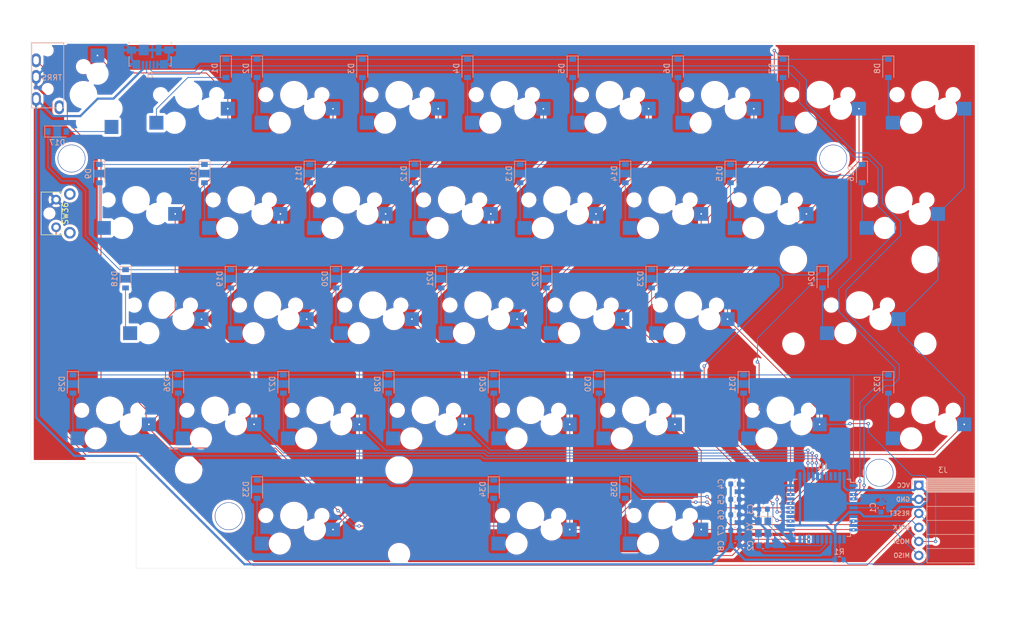
<source format=kicad_pcb>
(kicad_pcb (version 20171130) (host pcbnew "(5.1.9-0-10_14)")
  (layers (0 F.Cu signal) (31 B.Cu signal) (34 B.Paste user) (35 F.Paste user) (36 B.SilkS user) (37 F.SilkS user) (38 B.Mask user) (39 F.Mask user) (44 Edge.Cuts user))
  (net 0 "")
  (net 1 "Net-(C1-Pad2)")
  (net 2 GND)
  (net 3 XTAL2)
  (net 4 XTAL1)
  (net 5 VCC)
  (net 6 row0)
  (net 7 "Net-(D1-Pad2)")
  (net 8 "Net-(D2-Pad2)")
  (net 9 "Net-(D3-Pad2)")
  (net 10 "Net-(D4-Pad2)")
  (net 11 "Net-(D5-Pad2)")
  (net 12 "Net-(D6-Pad2)")
  (net 13 "Net-(D7-Pad2)")
  (net 14 "Net-(D8-Pad2)")
  (net 15 row1)
  (net 16 "Net-(D9-Pad2)")
  (net 17 "Net-(D10-Pad2)")
  (net 18 "Net-(D11-Pad2)")
  (net 19 "Net-(D12-Pad2)")
  (net 20 "Net-(D13-Pad2)")
  (net 21 "Net-(D14-Pad2)")
  (net 22 "Net-(D15-Pad2)")
  (net 23 "Net-(D16-Pad2)")
  (net 24 "Net-(D17-Pad2)")
  (net 25 row2)
  (net 26 "Net-(D18-Pad2)")
  (net 27 "Net-(D19-Pad2)")
  (net 28 "Net-(D20-Pad2)")
  (net 29 "Net-(D21-Pad2)")
  (net 30 "Net-(D22-Pad2)")
  (net 31 "Net-(D23-Pad2)")
  (net 32 "Net-(D24-Pad2)")
  (net 33 "Net-(D25-Pad2)")
  (net 34 row3)
  (net 35 "Net-(D26-Pad2)")
  (net 36 "Net-(D27-Pad2)")
  (net 37 "Net-(D28-Pad2)")
  (net 38 "Net-(D29-Pad2)")
  (net 39 "Net-(D30-Pad2)")
  (net 40 "Net-(D31-Pad2)")
  (net 41 "Net-(D32-Pad2)")
  (net 42 "Net-(D33-Pad2)")
  (net 43 row4)
  (net 44 "Net-(D34-Pad2)")
  (net 45 "Net-(D35-Pad2)")
  (net 46 D-)
  (net 47 D+)
  (net 48 "Net-(J1-Pad4)")
  (net 49 data)
  (net 50 "Net-(J2-PadA)")
  (net 51 RESET)
  (net 52 SOLK)
  (net 53 MOSI)
  (net 54 MISO)
  (net 55 col0)
  (net 56 col1)
  (net 57 col2)
  (net 58 col3)
  (net 59 col7)
  (net 60 "Net-(U1-Pad8)")
  (net 61 "Net-(U1-Pad12)")
  (net 62 "Net-(U1-Pad18)")
  (net 63 "Net-(U1-Pad19)")
  (net 64 "Net-(U1-Pad21)")
  (net 65 "Net-(U1-Pad22)")
  (net 66 "Net-(U1-Pad26)")
  (net 67 "Net-(U1-Pad30)")
  (net 68 "Net-(U1-Pad32)")
  (net 69 "Net-(U1-Pad40)")
  (net 70 "Net-(U1-Pad41)")
  (net 71 "Net-(U1-Pad42)")
  (module kbd:HOLE (layer F.Cu) (at 61.214 111.252)
    (fp_text reference Ref**)
    (fp_text value Val**)
    (pad "" np_thru_hole circle (at 0 0) (size 5 5) (drill 4.8) (layers *.Cu *.Mask))
  )
  (module kbd:HOLE (layer F.Cu) (at 179.07 103.378)
    (fp_text reference Ref**)
    (fp_text value Val**)
    (pad "" np_thru_hole circle (at 0 0) (size 5 5) (drill 4.8) (layers *.Cu *.Mask))
  )
  (module kbd:HOLE (layer F.Cu) (at 170.688 46.482)
    (fp_text reference Ref**)
    (fp_text value Val**)
    (pad "" np_thru_hole circle (at 0 0) (size 5 5) (drill 4.8) (layers *.Cu *.Mask))
  )
  (module kbd:HOLE (layer F.Cu) (at 32.766 46.482)
    (fp_text reference Ref**)
    (fp_text value Val**)
    (pad "" np_thru_hole circle (at 0 0) (size 5 5) (drill 4.8) (layers *.Cu *.Mask))
  )
  (module Capacitor_SMD:C_0603_1608Metric (layer B.Cu) (at 179.324 109.728 270)
    (fp_text reference C1 (at 0 1.43 90) (layer B.SilkS) (effects (justify mirror)))
    (fp_text value 1uF)
    (pad 2 smd roundrect (at 0.775 0 270) (size 0.9 0.95) (layers B.Cu B.Paste B.Mask) (net 1 "Net-(C1-Pad2)"))
    (pad 1 smd roundrect (at -0.775 0 270) (size 0.9 0.95) (layers B.Cu B.Paste B.Mask) (net 2 GND))
  )
  (module Capacitor_SMD:C_0603_1608Metric (layer B.Cu) (at 157.988 116.586 180)
    (fp_text reference C2 (at 2.286 0 270) (layer B.SilkS) (effects (justify mirror)))
    (fp_text value 22pF)
    (pad 2 smd roundrect (at 0.775 0 180) (size 0.9 0.95) (layers B.Cu B.Paste B.Mask) (net 3 XTAL2))
    (pad 1 smd roundrect (at -0.775 0 180) (size 0.9 0.95) (layers B.Cu B.Paste B.Mask) (net 2 GND))
  )
  (module Capacitor_SMD:C_0603_1608Metric (layer B.Cu) (at 157.988 109.982)
    (fp_text reference C3 (at -2.286 0 270) (layer B.SilkS) (effects (justify mirror)))
    (fp_text value 22pF)
    (pad 1 smd roundrect (at -0.775 0) (size 0.9 0.95) (layers B.Cu B.Paste B.Mask) (net 2 GND))
    (pad 2 smd roundrect (at 0.775 0) (size 0.9 0.95) (layers B.Cu B.Paste B.Mask) (net 4 XTAL1))
  )
  (module Capacitor_SMD:C_0603_1608Metric (layer B.Cu) (at 152.908 105.41)
    (fp_text reference C4 (at -2.54 0 270) (layer B.SilkS) (effects (justify mirror)))
    (fp_text value 100nF)
    (pad 1 smd roundrect (at -0.775 0) (size 0.9 0.95) (layers B.Cu B.Paste B.Mask) (net 5 VCC))
    (pad 2 smd roundrect (at 0.775 0) (size 0.9 0.95) (layers B.Cu B.Paste B.Mask) (net 2 GND))
  )
  (module Capacitor_SMD:C_0603_1608Metric (layer B.Cu) (at 152.908 108.204)
    (fp_text reference C5 (at -2.54 0 270) (layer B.SilkS) (effects (justify mirror)))
    (fp_text value 100nF)
    (pad 2 smd roundrect (at 0.775 0) (size 0.9 0.95) (layers B.Cu B.Paste B.Mask) (net 2 GND))
    (pad 1 smd roundrect (at -0.775 0) (size 0.9 0.95) (layers B.Cu B.Paste B.Mask) (net 5 VCC))
  )
  (module Capacitor_SMD:C_0603_1608Metric (layer B.Cu) (at 152.908 110.998)
    (fp_text reference C6 (at -2.54 0 270) (layer B.SilkS) (effects (justify mirror)))
    (fp_text value 100nF)
    (pad 1 smd roundrect (at -0.775 0) (size 0.9 0.95) (layers B.Cu B.Paste B.Mask) (net 5 VCC))
    (pad 2 smd roundrect (at 0.775 0) (size 0.9 0.95) (layers B.Cu B.Paste B.Mask) (net 2 GND))
  )
  (module Capacitor_SMD:C_0603_1608Metric (layer B.Cu) (at 152.908 113.792)
    (fp_text reference C7 (at -2.553 0 270) (layer B.SilkS) (effects (justify mirror)))
    (fp_text value 100nF)
    (pad 2 smd roundrect (at 0.775 0) (size 0.9 0.95) (layers B.Cu B.Paste B.Mask) (net 2 GND))
    (pad 1 smd roundrect (at -0.775 0) (size 0.9 0.95) (layers B.Cu B.Paste B.Mask) (net 5 VCC))
  )
  (module Capacitor_SMD:C_0603_1608Metric (layer B.Cu) (at 152.908 116.586)
    (fp_text reference C8 (at -2.54 0 270) (layer B.SilkS) (effects (justify mirror)))
    (fp_text value 4.7uF)
    (pad 1 smd roundrect (at -0.775 0) (size 0.9 0.95) (layers B.Cu B.Paste B.Mask) (net 5 VCC))
    (pad 2 smd roundrect (at 0.775 0) (size 0.9 0.95) (layers B.Cu B.Paste B.Mask) (net 2 GND))
  )
  (module Diode_SMD:D_SOD-123 (layer B.Cu) (at 60.706 30.1625 270)
    (fp_text reference D1 (at 0 2 90) (layer B.SilkS) (effects (justify mirror)))
    (fp_text value D)
    (pad 1 smd rect (at -1.65 0 270) (size 0.9 1.2) (layers B.Cu B.Paste B.Mask) (net 6 row0))
    (pad 2 smd rect (at 1.65 0 270) (size 0.9 1.2) (layers B.Cu B.Paste B.Mask) (net 7 "Net-(D1-Pad2)"))
  )
  (module Diode_SMD:D_SOD-123 (layer B.Cu) (at 66.3575 30.1625 270)
    (fp_text reference D2 (at 0 2 90) (layer B.SilkS) (effects (justify mirror)))
    (fp_text value D)
    (pad 2 smd rect (at 1.65 0 270) (size 0.9 1.2) (layers B.Cu B.Paste B.Mask) (net 8 "Net-(D2-Pad2)"))
    (pad 1 smd rect (at -1.65 0 270) (size 0.9 1.2) (layers B.Cu B.Paste B.Mask) (net 6 row0))
  )
  (module Diode_SMD:D_SOD-123 (layer B.Cu) (at 85.407498 30.1625 270)
    (fp_text reference D3 (at 0 2 90) (layer B.SilkS) (effects (justify mirror)))
    (fp_text value D)
    (pad 1 smd rect (at -1.65 0 270) (size 0.9 1.2) (layers B.Cu B.Paste B.Mask) (net 6 row0))
    (pad 2 smd rect (at 1.65 0 270) (size 0.9 1.2) (layers B.Cu B.Paste B.Mask) (net 9 "Net-(D3-Pad2)"))
  )
  (module Diode_SMD:D_SOD-123 (layer B.Cu) (at 104.457501 30.1625 270)
    (fp_text reference D4 (at 0 2 90) (layer B.SilkS) (effects (justify mirror)))
    (fp_text value D)
    (pad 1 smd rect (at -1.65 0 270) (size 0.9 1.2) (layers B.Cu B.Paste B.Mask) (net 6 row0))
    (pad 2 smd rect (at 1.65 0 270) (size 0.9 1.2) (layers B.Cu B.Paste B.Mask) (net 10 "Net-(D4-Pad2)"))
  )
  (module Diode_SMD:D_SOD-123 (layer B.Cu) (at 123.5075 30.1625 270)
    (fp_text reference D5 (at 0 2 90) (layer B.SilkS) (effects (justify mirror)))
    (fp_text value D)
    (pad 1 smd rect (at -1.65 0 270) (size 0.9 1.2) (layers B.Cu B.Paste B.Mask) (net 6 row0))
    (pad 2 smd rect (at 1.65 0 270) (size 0.9 1.2) (layers B.Cu B.Paste B.Mask) (net 11 "Net-(D5-Pad2)"))
  )
  (module Diode_SMD:D_SOD-123 (layer B.Cu) (at 142.5575 30.1625 270)
    (fp_text reference D6 (at 0 2 90) (layer B.SilkS) (effects (justify mirror)))
    (fp_text value D)
    (pad 2 smd rect (at 1.65 0 270) (size 0.9 1.2) (layers B.Cu B.Paste B.Mask) (net 12 "Net-(D6-Pad2)"))
    (pad 1 smd rect (at -1.65 0 270) (size 0.9 1.2) (layers B.Cu B.Paste B.Mask) (net 6 row0))
  )
  (module Diode_SMD:D_SOD-123 (layer B.Cu) (at 161.6075 30.1625 270)
    (fp_text reference D7 (at 0 2 90) (layer B.SilkS) (effects (justify mirror)))
    (fp_text value D)
    (pad 2 smd rect (at 1.65 0 270) (size 0.9 1.2) (layers B.Cu B.Paste B.Mask) (net 13 "Net-(D7-Pad2)"))
    (pad 1 smd rect (at -1.65 0 270) (size 0.9 1.2) (layers B.Cu B.Paste B.Mask) (net 6 row0))
  )
  (module Diode_SMD:D_SOD-123 (layer B.Cu) (at 180.6575 30.1625 270)
    (fp_text reference D8 (at 0 2 90) (layer B.SilkS) (effects (justify mirror)))
    (fp_text value D)
    (pad 2 smd rect (at 1.65 0 270) (size 0.9 1.2) (layers B.Cu B.Paste B.Mask) (net 14 "Net-(D8-Pad2)"))
    (pad 1 smd rect (at -1.65 0 270) (size 0.9 1.2) (layers B.Cu B.Paste B.Mask) (net 6 row0))
  )
  (module Diode_SMD:D_SOD-123 (layer B.Cu) (at 37.7825 49.2125 270)
    (fp_text reference D9 (at 0 2 90) (layer B.SilkS) (effects (justify mirror)))
    (fp_text value D)
    (pad 1 smd rect (at -1.65 0 270) (size 0.9 1.2) (layers B.Cu B.Paste B.Mask) (net 15 row1))
    (pad 2 smd rect (at 1.65 0 270) (size 0.9 1.2) (layers B.Cu B.Paste B.Mask) (net 16 "Net-(D9-Pad2)"))
  )
  (module Diode_SMD:D_SOD-123 (layer B.Cu) (at 56.8325 49.2125 270)
    (fp_text reference D10 (at 0 2 90) (layer B.SilkS) (effects (justify mirror)))
    (fp_text value D)
    (pad 1 smd rect (at -1.65 0 270) (size 0.9 1.2) (layers B.Cu B.Paste B.Mask) (net 15 row1))
    (pad 2 smd rect (at 1.65 0 270) (size 0.9 1.2) (layers B.Cu B.Paste B.Mask) (net 17 "Net-(D10-Pad2)"))
  )
  (module Diode_SMD:D_SOD-123 (layer B.Cu) (at 75.8825 49.2125 270)
    (fp_text reference D11 (at 0 2 90) (layer B.SilkS) (effects (justify mirror)))
    (fp_text value D)
    (pad 1 smd rect (at -1.65 0 270) (size 0.9 1.2) (layers B.Cu B.Paste B.Mask) (net 15 row1))
    (pad 2 smd rect (at 1.65 0 270) (size 0.9 1.2) (layers B.Cu B.Paste B.Mask) (net 18 "Net-(D11-Pad2)"))
  )
  (module Diode_SMD:D_SOD-123 (layer B.Cu) (at 94.932501 49.2125 270)
    (fp_text reference D12 (at 0 2 90) (layer B.SilkS) (effects (justify mirror)))
    (fp_text value D)
    (pad 1 smd rect (at -1.65 0 270) (size 0.9 1.2) (layers B.Cu B.Paste B.Mask) (net 15 row1))
    (pad 2 smd rect (at 1.65 0 270) (size 0.9 1.2) (layers B.Cu B.Paste B.Mask) (net 19 "Net-(D12-Pad2)"))
  )
  (module Diode_SMD:D_SOD-123 (layer B.Cu) (at 113.9825 49.2125 270)
    (fp_text reference D13 (at 0 2 90) (layer B.SilkS) (effects (justify mirror)))
    (fp_text value D)
    (pad 1 smd rect (at -1.65 0 270) (size 0.9 1.2) (layers B.Cu B.Paste B.Mask) (net 15 row1))
    (pad 2 smd rect (at 1.65 0 270) (size 0.9 1.2) (layers B.Cu B.Paste B.Mask) (net 20 "Net-(D13-Pad2)"))
  )
  (module Diode_SMD:D_SOD-123 (layer B.Cu) (at 133.0325 49.2125 270)
    (fp_text reference D14 (at 0 2 90) (layer B.SilkS) (effects (justify mirror)))
    (fp_text value D)
    (pad 1 smd rect (at -1.65 0 270) (size 0.9 1.2) (layers B.Cu B.Paste B.Mask) (net 15 row1))
    (pad 2 smd rect (at 1.65 0 270) (size 0.9 1.2) (layers B.Cu B.Paste B.Mask) (net 21 "Net-(D14-Pad2)"))
  )
  (module Diode_SMD:D_SOD-123 (layer B.Cu) (at 152.0825 49.2125 270)
    (fp_text reference D15 (at 0 2 90) (layer B.SilkS) (effects (justify mirror)))
    (fp_text value D)
    (pad 2 smd rect (at 1.65 0 270) (size 0.9 1.2) (layers B.Cu B.Paste B.Mask) (net 22 "Net-(D15-Pad2)"))
    (pad 1 smd rect (at -1.65 0 270) (size 0.9 1.2) (layers B.Cu B.Paste B.Mask) (net 15 row1))
  )
  (module Diode_SMD:D_SOD-123 (layer B.Cu) (at 175.895 49.2125 270)
    (fp_text reference D16 (at 0 2 90) (layer B.SilkS) (effects (justify mirror)))
    (fp_text value D)
    (pad 1 smd rect (at -1.65 0 270) (size 0.9 1.2) (layers B.Cu B.Paste B.Mask) (net 15 row1))
    (pad 2 smd rect (at 1.65 0 270) (size 0.9 1.2) (layers B.Cu B.Paste B.Mask) (net 23 "Net-(D16-Pad2)"))
  )
  (module Diode_SMD:D_SOD-123 (layer B.Cu) (at 30.1625 41.5925)
    (fp_text reference D17 (at 0 2 180) (layer B.SilkS) (effects (justify mirror)))
    (fp_text value D)
    (pad 2 smd rect (at 1.65 0) (size 0.9 1.2) (layers B.Cu B.Paste B.Mask) (net 24 "Net-(D17-Pad2)"))
    (pad 1 smd rect (at -1.65 0) (size 0.9 1.2) (layers B.Cu B.Paste B.Mask) (net 25 row2))
  )
  (module Diode_SMD:D_SOD-123 (layer B.Cu) (at 42.545 68.2625 270)
    (fp_text reference D18 (at 0 2 90) (layer B.SilkS) (effects (justify mirror)))
    (fp_text value D)
    (pad 1 smd rect (at -1.65 0 270) (size 0.9 1.2) (layers B.Cu B.Paste B.Mask) (net 25 row2))
    (pad 2 smd rect (at 1.65 0 270) (size 0.9 1.2) (layers B.Cu B.Paste B.Mask) (net 26 "Net-(D18-Pad2)"))
  )
  (module Diode_SMD:D_SOD-123 (layer B.Cu) (at 61.595 68.2625 270)
    (fp_text reference D19 (at 0 2 90) (layer B.SilkS) (effects (justify mirror)))
    (fp_text value D)
    (pad 1 smd rect (at -1.65 0 270) (size 0.9 1.2) (layers B.Cu B.Paste B.Mask) (net 25 row2))
    (pad 2 smd rect (at 1.65 0 270) (size 0.9 1.2) (layers B.Cu B.Paste B.Mask) (net 27 "Net-(D19-Pad2)"))
  )
  (module Diode_SMD:D_SOD-123 (layer B.Cu) (at 80.645001 68.2625 270)
    (fp_text reference D20 (at 0 2 90) (layer B.SilkS) (effects (justify mirror)))
    (fp_text value D)
    (pad 1 smd rect (at -1.65 0 270) (size 0.9 1.2) (layers B.Cu B.Paste B.Mask) (net 25 row2))
    (pad 2 smd rect (at 1.65 0 270) (size 0.9 1.2) (layers B.Cu B.Paste B.Mask) (net 28 "Net-(D20-Pad2)"))
  )
  (module Diode_SMD:D_SOD-123 (layer B.Cu) (at 99.695 68.2625 270)
    (fp_text reference D21 (at 0 2 90) (layer B.SilkS) (effects (justify mirror)))
    (fp_text value D)
    (pad 1 smd rect (at -1.65 0 270) (size 0.9 1.2) (layers B.Cu B.Paste B.Mask) (net 25 row2))
    (pad 2 smd rect (at 1.65 0 270) (size 0.9 1.2) (layers B.Cu B.Paste B.Mask) (net 29 "Net-(D21-Pad2)"))
  )
  (module Diode_SMD:D_SOD-123 (layer B.Cu) (at 118.745001 68.2625 270)
    (fp_text reference D22 (at 0 2 90) (layer B.SilkS) (effects (justify mirror)))
    (fp_text value D)
    (pad 2 smd rect (at 1.65 0 270) (size 0.9 1.2) (layers B.Cu B.Paste B.Mask) (net 30 "Net-(D22-Pad2)"))
    (pad 1 smd rect (at -1.65 0 270) (size 0.9 1.2) (layers B.Cu B.Paste B.Mask) (net 25 row2))
  )
  (module Diode_SMD:D_SOD-123 (layer B.Cu) (at 137.795 68.2625 270)
    (fp_text reference D23 (at 0 2 90) (layer B.SilkS) (effects (justify mirror)))
    (fp_text value D)
    (pad 2 smd rect (at 1.65 0 270) (size 0.9 1.2) (layers B.Cu B.Paste B.Mask) (net 31 "Net-(D23-Pad2)"))
    (pad 1 smd rect (at -1.65 0 270) (size 0.9 1.2) (layers B.Cu B.Paste B.Mask) (net 25 row2))
  )
  (module Diode_SMD:D_SOD-123 (layer B.Cu) (at 168.75125 68.2625 270)
    (fp_text reference D24 (at 0 2 90) (layer B.SilkS) (effects (justify mirror)))
    (fp_text value D)
    (pad 1 smd rect (at -1.65 0 270) (size 0.9 1.2) (layers B.Cu B.Paste B.Mask) (net 25 row2))
    (pad 2 smd rect (at 1.65 0 270) (size 0.9 1.2) (layers B.Cu B.Paste B.Mask) (net 32 "Net-(D24-Pad2)"))
  )
  (module Diode_SMD:D_SOD-123 (layer B.Cu) (at 33.02 87.312498 270)
    (fp_text reference D25 (at 0 2 90) (layer B.SilkS) (effects (justify mirror)))
    (fp_text value D)
    (pad 2 smd rect (at 1.65 0 270) (size 0.9 1.2) (layers B.Cu B.Paste B.Mask) (net 33 "Net-(D25-Pad2)"))
    (pad 1 smd rect (at -1.65 0 270) (size 0.9 1.2) (layers B.Cu B.Paste B.Mask) (net 34 row3))
  )
  (module Diode_SMD:D_SOD-123 (layer B.Cu) (at 52.07 87.312498 270)
    (fp_text reference D26 (at 0 2 90) (layer B.SilkS) (effects (justify mirror)))
    (fp_text value D)
    (pad 2 smd rect (at 1.65 0 270) (size 0.9 1.2) (layers B.Cu B.Paste B.Mask) (net 35 "Net-(D26-Pad2)"))
    (pad 1 smd rect (at -1.65 0 270) (size 0.9 1.2) (layers B.Cu B.Paste B.Mask) (net 34 row3))
  )
  (module Diode_SMD:D_SOD-123 (layer B.Cu) (at 71.12 87.312498 270)
    (fp_text reference D27 (at 0 2 90) (layer B.SilkS) (effects (justify mirror)))
    (fp_text value D)
    (pad 2 smd rect (at 1.65 0 270) (size 0.9 1.2) (layers B.Cu B.Paste B.Mask) (net 36 "Net-(D27-Pad2)"))
    (pad 1 smd rect (at -1.65 0 270) (size 0.9 1.2) (layers B.Cu B.Paste B.Mask) (net 34 row3))
  )
  (module Diode_SMD:D_SOD-123 (layer B.Cu) (at 90.17 87.312498 270)
    (fp_text reference D28 (at 0 2 90) (layer B.SilkS) (effects (justify mirror)))
    (fp_text value D)
    (pad 2 smd rect (at 1.65 0 270) (size 0.9 1.2) (layers B.Cu B.Paste B.Mask) (net 37 "Net-(D28-Pad2)"))
    (pad 1 smd rect (at -1.65 0 270) (size 0.9 1.2) (layers B.Cu B.Paste B.Mask) (net 34 row3))
  )
  (module Diode_SMD:D_SOD-123 (layer B.Cu) (at 109.219998 87.312498 270)
    (fp_text reference D29 (at 0 2 90) (layer B.SilkS) (effects (justify mirror)))
    (fp_text value D)
    (pad 2 smd rect (at 1.65 0 270) (size 0.9 1.2) (layers B.Cu B.Paste B.Mask) (net 38 "Net-(D29-Pad2)"))
    (pad 1 smd rect (at -1.65 0 270) (size 0.9 1.2) (layers B.Cu B.Paste B.Mask) (net 34 row3))
  )
  (module Diode_SMD:D_SOD-123 (layer B.Cu) (at 128.27 87.312498 270)
    (fp_text reference D30 (at 0 2 90) (layer B.SilkS) (effects (justify mirror)))
    (fp_text value D)
    (pad 2 smd rect (at 1.65 0 270) (size 0.9 1.2) (layers B.Cu B.Paste B.Mask) (net 39 "Net-(D30-Pad2)"))
    (pad 1 smd rect (at -1.65 0 270) (size 0.9 1.2) (layers B.Cu B.Paste B.Mask) (net 34 row3))
  )
  (module Diode_SMD:D_SOD-123 (layer B.Cu) (at 154.46375 87.312498 270)
    (fp_text reference D31 (at 0 2 90) (layer B.SilkS) (effects (justify mirror)))
    (fp_text value D)
    (pad 1 smd rect (at -1.65 0 270) (size 0.9 1.2) (layers B.Cu B.Paste B.Mask) (net 34 row3))
    (pad 2 smd rect (at 1.65 0 270) (size 0.9 1.2) (layers B.Cu B.Paste B.Mask) (net 40 "Net-(D31-Pad2)"))
  )
  (module Diode_SMD:D_SOD-123 (layer B.Cu) (at 180.6575 87.312498 270)
    (fp_text reference D32 (at 0 2 90) (layer B.SilkS) (effects (justify mirror)))
    (fp_text value D)
    (pad 1 smd rect (at -1.65 0 270) (size 0.9 1.2) (layers B.Cu B.Paste B.Mask) (net 34 row3))
    (pad 2 smd rect (at 1.65 0 270) (size 0.9 1.2) (layers B.Cu B.Paste B.Mask) (net 41 "Net-(D32-Pad2)"))
  )
  (module Diode_SMD:D_SOD-123 (layer B.Cu) (at 66.3575 106.362501 270)
    (fp_text reference D33 (at 0 2 90) (layer B.SilkS) (effects (justify mirror)))
    (fp_text value D)
    (pad 2 smd rect (at 1.65 0 270) (size 0.9 1.2) (layers B.Cu B.Paste B.Mask) (net 42 "Net-(D33-Pad2)"))
    (pad 1 smd rect (at -1.65 0 270) (size 0.9 1.2) (layers B.Cu B.Paste B.Mask) (net 43 row4))
  )
  (module Diode_SMD:D_SOD-123 (layer B.Cu) (at 109.219998 106.362501 270)
    (fp_text reference D34 (at 0 2 90) (layer B.SilkS) (effects (justify mirror)))
    (fp_text value D)
    (pad 2 smd rect (at 1.65 0 270) (size 0.9 1.2) (layers B.Cu B.Paste B.Mask) (net 44 "Net-(D34-Pad2)"))
    (pad 1 smd rect (at -1.65 0 270) (size 0.9 1.2) (layers B.Cu B.Paste B.Mask) (net 43 row4))
  )
  (module Diode_SMD:D_SOD-123 (layer B.Cu) (at 133.0325 106.362501 270)
    (fp_text reference D35 (at 0 2 90) (layer B.SilkS) (effects (justify mirror)))
    (fp_text value D)
    (pad 2 smd rect (at 1.65 0 270) (size 0.9 1.2) (layers B.Cu B.Paste B.Mask) (net 45 "Net-(D35-Pad2)"))
    (pad 1 smd rect (at -1.65 0 270) (size 0.9 1.2) (layers B.Cu B.Paste B.Mask) (net 43 row4))
  )
  (module Connector_USB:USB_Micro-B_Molex_47346-0001 (layer B.Cu) (at 46.99 28.0416)
    (fp_text reference J1 (at 0 3.3 180) (layer B.SilkS) (effects (justify mirror)))
    (fp_text value USB_B_Micro)
    (pad 1 smd rect (at -1.3 1.46) (size 0.45 1.38) (layers B.Cu B.Paste B.Mask) (net 5 VCC))
    (pad 2 smd rect (at -0.65 1.46) (size 0.45 1.38) (layers B.Cu B.Paste B.Mask) (net 46 D-))
    (pad 3 smd rect (at 0 1.46) (size 0.45 1.38) (layers B.Cu B.Paste B.Mask) (net 47 D+))
    (pad 4 smd rect (at 0.65 1.46) (size 0.45 1.38) (layers B.Cu B.Paste B.Mask) (net 48 "Net-(J1-Pad4)"))
    (pad 5 smd rect (at 1.3 1.46) (size 0.45 1.38) (layers B.Cu B.Paste B.Mask) (net 2 GND))
    (pad 6 smd rect (at -2.4875 1.375) (size 1.425 1.55) (layers B.Cu B.Paste B.Mask) (net 2 GND))
    (pad 6 smd rect (at 2.4875 1.375) (size 1.425 1.55) (layers B.Cu B.Paste B.Mask) (net 2 GND))
    (pad 6 smd rect (at -3.375 -1.2) (size 1.65 1.3) (layers B.Cu B.Paste B.Mask) (net 2 GND))
    (pad 6 smd rect (at 3.375 -1.2) (size 1.65 1.3) (layers B.Cu B.Paste B.Mask) (net 2 GND))
    (pad 6 smd rect (at -1.15 -1.2) (size 1.8 1.9) (layers B.Cu B.Paste B.Mask) (net 2 GND))
    (pad 6 smd rect (at 1.55 -1.2) (size 1 1.9) (layers B.Cu B.Paste B.Mask) (net 2 GND))
  )
  (module kbd:MJ-4PP-9_1side (layer B.Cu) (at 28.448 25.4 180)
    (fp_text reference J2)
    (fp_text value MJ-4PP-9 hide)
    (fp_text user TRRS (at -0.75 -6.45 180) (layer B.SilkS) (effects (justify mirror)))
    (pad "" np_thru_hole circle (at 0 -1.5 180) (size 1.2 1.2) (drill 1.2) (layers *.Cu *.Mask))
    (pad "" np_thru_hole circle (at 0 -8.5 180) (size 1.2 1.2) (drill 1.2) (layers *.Cu *.Mask))
    (pad B thru_hole oval (at 2.1 -3.3 180) (size 1.7 2.5) (drill oval 1 1.5) (layers *.Cu F.Mask) (net 49 data))
    (pad C thru_hole oval (at 2.1 -6.3 180) (size 1.7 2.5) (drill oval 1 1.5) (layers *.Cu F.Mask) (net 2 GND))
    (pad D thru_hole oval (at 2.1 -10.3 180) (size 1.7 2.5) (drill oval 1 1.5) (layers *.Cu F.Mask) (net 5 VCC) (clearance 0.15))
    (pad A thru_hole oval (at -2.1 -11.8 180) (size 1.7 2.5) (drill oval 1 1.5) (layers *.Cu F.Mask) (net 50 "Net-(J2-PadA)") (clearance 0.15))
  )
  (module Connector_PinSocket_2.54mm:PinSocket_1x06_P2.54mm_Horizontal (layer B.Cu) (at 186.182 105.664 180)
    (fp_text reference J3 (at -4.38 2.77) (layer B.SilkS) (effects (justify mirror)))
    (fp_text value Conn_01x06_Female)
    (pad 1 thru_hole rect (at 0 0 180) (size 1.7 1.7) (drill 1) (layers *.Cu *.Mask) (net 5 VCC))
    (pad 2 thru_hole oval (at 0 -2.54 180) (size 1.7 1.7) (drill 1) (layers *.Cu *.Mask) (net 2 GND))
    (pad 3 thru_hole oval (at 0 -5.08 180) (size 1.7 1.7) (drill 1) (layers *.Cu *.Mask) (net 51 RESET))
    (pad 4 thru_hole oval (at 0 -7.62 180) (size 1.7 1.7) (drill 1) (layers *.Cu *.Mask) (net 52 SOLK))
    (pad 5 thru_hole oval (at 0 -10.16 180) (size 1.7 1.7) (drill 1) (layers *.Cu *.Mask) (net 53 MOSI))
    (pad 6 thru_hole oval (at 0 -12.7 180) (size 1.7 1.7) (drill 1) (layers *.Cu *.Mask) (net 54 MISO))
  )
  (module Resistor_SMD:R_0603_1608Metric (layer B.Cu) (at 171.767 119.126 180)
    (fp_text reference R1 (at 0 1.43) (layer B.SilkS) (effects (justify mirror)))
    (fp_text value 10k)
    (pad 1 smd roundrect (at -0.825 0 180) (size 0.8 0.95) (layers B.Cu B.Paste B.Mask) (net 51 RESET))
    (pad 2 smd roundrect (at 0.825 0 180) (size 0.8 0.95) (layers B.Cu B.Paste B.Mask) (net 5 VCC))
  )
  (module MX_Only:MXOnly-1U-Hotswap (layer F.Cu) (at 53.975 34.925 180)
    (fp_text reference SW1)
    (fp_text value SW_PUSH)
    (pad 2 smd rect (at 5.842 -5.08 180) (size 2.55 2.5) (layers B.Cu B.Paste B.Mask) (net 7 "Net-(D1-Pad2)"))
    (pad 1 smd rect (at -7.085 -2.54 180) (size 2.55 2.5) (layers B.Cu B.Paste B.Mask) (net 55 col0))
    (pad "" np_thru_hole circle (at 5.08 0 228.0996) (size 1.75 1.75) (drill 1.75) (layers *.Cu *.Mask))
    (pad "" np_thru_hole circle (at -5.08 0 228.0996) (size 1.75 1.75) (drill 1.75) (layers *.Cu *.Mask))
    (pad "" np_thru_hole circle (at -3.81 -2.54 180) (size 3 3) (drill 3) (layers *.Cu *.Mask))
    (pad "" np_thru_hole circle (at 0 0 180) (size 3.9878 3.9878) (drill 3.9878) (layers *.Cu *.Mask))
    (pad "" np_thru_hole circle (at 2.54 -5.08 180) (size 3 3) (drill 3) (layers *.Cu *.Mask))
  )
  (module MX_Only:MXOnly-1U-Hotswap (layer F.Cu) (at 73.025 34.925 180)
    (fp_text reference SW2)
    (fp_text value SW_PUSH)
    (pad "" np_thru_hole circle (at 2.54 -5.08 180) (size 3 3) (drill 3) (layers *.Cu *.Mask))
    (pad "" np_thru_hole circle (at 0 0 180) (size 3.9878 3.9878) (drill 3.9878) (layers *.Cu *.Mask))
    (pad "" np_thru_hole circle (at -3.81 -2.54 180) (size 3 3) (drill 3) (layers *.Cu *.Mask))
    (pad "" np_thru_hole circle (at -5.08 0 228.0996) (size 1.75 1.75) (drill 1.75) (layers *.Cu *.Mask))
    (pad "" np_thru_hole circle (at 5.08 0 228.0996) (size 1.75 1.75) (drill 1.75) (layers *.Cu *.Mask))
    (pad 1 smd rect (at -7.085 -2.54 180) (size 2.55 2.5) (layers B.Cu B.Paste B.Mask) (net 56 col1))
    (pad 2 smd rect (at 5.842 -5.08 180) (size 2.55 2.5) (layers B.Cu B.Paste B.Mask) (net 8 "Net-(D2-Pad2)"))
  )
  (module MX_Only:MXOnly-1U-Hotswap (layer F.Cu) (at 92.074999 34.925 180)
    (fp_text reference SW3)
    (fp_text value SW_PUSH)
    (pad "" np_thru_hole circle (at 2.54 -5.08 180) (size 3 3) (drill 3) (layers *.Cu *.Mask))
    (pad "" np_thru_hole circle (at 0 0 180) (size 3.9878 3.9878) (drill 3.9878) (layers *.Cu *.Mask))
    (pad "" np_thru_hole circle (at -3.81 -2.54 180) (size 3 3) (drill 3) (layers *.Cu *.Mask))
    (pad "" np_thru_hole circle (at -5.08 0 228.0996) (size 1.75 1.75) (drill 1.75) (layers *.Cu *.Mask))
    (pad "" np_thru_hole circle (at 5.08 0 228.0996) (size 1.75 1.75) (drill 1.75) (layers *.Cu *.Mask))
    (pad 1 smd rect (at -7.085 -2.54 180) (size 2.55 2.5) (layers B.Cu B.Paste B.Mask) (net 57 col2))
    (pad 2 smd rect (at 5.842 -5.08 180) (size 2.55 2.5) (layers B.Cu B.Paste B.Mask) (net 9 "Net-(D3-Pad2)"))
  )
  (module MX_Only:MXOnly-1U-Hotswap (layer F.Cu) (at 111.125 34.925 180)
    (fp_text reference SW4)
    (fp_text value SW_PUSH)
    (pad "" np_thru_hole circle (at 2.54 -5.08 180) (size 3 3) (drill 3) (layers *.Cu *.Mask))
    (pad "" np_thru_hole circle (at 0 0 180) (size 3.9878 3.9878) (drill 3.9878) (layers *.Cu *.Mask))
    (pad "" np_thru_hole circle (at -3.81 -2.54 180) (size 3 3) (drill 3) (layers *.Cu *.Mask))
    (pad "" np_thru_hole circle (at -5.08 0 228.0996) (size 1.75 1.75) (drill 1.75) (layers *.Cu *.Mask))
    (pad "" np_thru_hole circle (at 5.08 0 228.0996) (size 1.75 1.75) (drill 1.75) (layers *.Cu *.Mask))
    (pad 1 smd rect (at -7.085 -2.54 180) (size 2.55 2.5) (layers B.Cu B.Paste B.Mask) (net 58 col3))
    (pad 2 smd rect (at 5.842 -5.08 180) (size 2.55 2.5) (layers B.Cu B.Paste B.Mask) (net 10 "Net-(D4-Pad2)"))
  )
  (module MX_Only:MXOnly-1U-Hotswap (layer F.Cu) (at 130.175 34.925 180)
    (fp_text reference SW5)
    (fp_text value SW_PUSH)
    (pad "" np_thru_hole circle (at 2.54 -5.08 180) (size 3 3) (drill 3) (layers *.Cu *.Mask))
    (pad "" np_thru_hole circle (at 0 0 180) (size 3.9878 3.9878) (drill 3.9878) (layers *.Cu *.Mask))
    (pad "" np_thru_hole circle (at -3.81 -2.54 180) (size 3 3) (drill 3) (layers *.Cu *.Mask))
    (pad "" np_thru_hole circle (at -5.08 0 228.0996) (size 1.75 1.75) (drill 1.75) (layers *.Cu *.Mask))
    (pad "" np_thru_hole circle (at 5.08 0 228.0996) (size 1.75 1.75) (drill 1.75) (layers *.Cu *.Mask))
    (pad 1 smd rect (at -7.085 -2.54 180) (size 2.55 2.5) (layers B.Cu B.Paste B.Mask) (net 52 SOLK))
    (pad 2 smd rect (at 5.842 -5.08 180) (size 2.55 2.5) (layers B.Cu B.Paste B.Mask) (net 11 "Net-(D5-Pad2)"))
  )
  (module MX_Only:MXOnly-1U-Hotswap (layer F.Cu) (at 149.225 34.925 180)
    (fp_text reference SW6)
    (fp_text value SW_PUSH)
    (pad "" np_thru_hole circle (at 2.54 -5.08 180) (size 3 3) (drill 3) (layers *.Cu *.Mask))
    (pad "" np_thru_hole circle (at 0 0 180) (size 3.9878 3.9878) (drill 3.9878) (layers *.Cu *.Mask))
    (pad "" np_thru_hole circle (at -3.81 -2.54 180) (size 3 3) (drill 3) (layers *.Cu *.Mask))
    (pad "" np_thru_hole circle (at -5.08 0 228.0996) (size 1.75 1.75) (drill 1.75) (layers *.Cu *.Mask))
    (pad "" np_thru_hole circle (at 5.08 0 228.0996) (size 1.75 1.75) (drill 1.75) (layers *.Cu *.Mask))
    (pad 1 smd rect (at -7.085 -2.54 180) (size 2.55 2.5) (layers B.Cu B.Paste B.Mask) (net 54 MISO))
    (pad 2 smd rect (at 5.842 -5.08 180) (size 2.55 2.5) (layers B.Cu B.Paste B.Mask) (net 12 "Net-(D6-Pad2)"))
  )
  (module MX_Only:MXOnly-1U-Hotswap (layer F.Cu) (at 168.275 34.925 180)
    (fp_text reference SW7)
    (fp_text value SW_PUSH)
    (pad 2 smd rect (at 5.842 -5.08 180) (size 2.55 2.5) (layers B.Cu B.Paste B.Mask) (net 13 "Net-(D7-Pad2)"))
    (pad 1 smd rect (at -7.085 -2.54 180) (size 2.55 2.5) (layers B.Cu B.Paste B.Mask) (net 53 MOSI))
    (pad "" np_thru_hole circle (at 5.08 0 228.0996) (size 1.75 1.75) (drill 1.75) (layers *.Cu *.Mask))
    (pad "" np_thru_hole circle (at -5.08 0 228.0996) (size 1.75 1.75) (drill 1.75) (layers *.Cu *.Mask))
    (pad "" np_thru_hole circle (at -3.81 -2.54 180) (size 3 3) (drill 3) (layers *.Cu *.Mask))
    (pad "" np_thru_hole circle (at 0 0 180) (size 3.9878 3.9878) (drill 3.9878) (layers *.Cu *.Mask))
    (pad "" np_thru_hole circle (at 2.54 -5.08 180) (size 3 3) (drill 3) (layers *.Cu *.Mask))
  )
  (module MX_Only:MXOnly-1U-Hotswap (layer F.Cu) (at 187.325 34.925 180)
    (fp_text reference SW8)
    (fp_text value SW_PUSH)
    (pad 2 smd rect (at 5.842 -5.08 180) (size 2.55 2.5) (layers B.Cu B.Paste B.Mask) (net 14 "Net-(D8-Pad2)"))
    (pad 1 smd rect (at -7.085 -2.54 180) (size 2.55 2.5) (layers B.Cu B.Paste B.Mask) (net 59 col7))
    (pad "" np_thru_hole circle (at 5.08 0 228.0996) (size 1.75 1.75) (drill 1.75) (layers *.Cu *.Mask))
    (pad "" np_thru_hole circle (at -5.08 0 228.0996) (size 1.75 1.75) (drill 1.75) (layers *.Cu *.Mask))
    (pad "" np_thru_hole circle (at -3.81 -2.54 180) (size 3 3) (drill 3) (layers *.Cu *.Mask))
    (pad "" np_thru_hole circle (at 0 0 180) (size 3.9878 3.9878) (drill 3.9878) (layers *.Cu *.Mask))
    (pad "" np_thru_hole circle (at 2.54 -5.08 180) (size 3 3) (drill 3) (layers *.Cu *.Mask))
  )
  (module MX_Only:MXOnly-1U-Hotswap (layer F.Cu) (at 44.45 53.975 180)
    (fp_text reference SW9)
    (fp_text value SW_PUSH)
    (pad "" np_thru_hole circle (at 2.54 -5.08 180) (size 3 3) (drill 3) (layers *.Cu *.Mask))
    (pad "" np_thru_hole circle (at 0 0 180) (size 3.9878 3.9878) (drill 3.9878) (layers *.Cu *.Mask))
    (pad "" np_thru_hole circle (at -3.81 -2.54 180) (size 3 3) (drill 3) (layers *.Cu *.Mask))
    (pad "" np_thru_hole circle (at -5.08 0 228.0996) (size 1.75 1.75) (drill 1.75) (layers *.Cu *.Mask))
    (pad "" np_thru_hole circle (at 5.08 0 228.0996) (size 1.75 1.75) (drill 1.75) (layers *.Cu *.Mask))
    (pad 1 smd rect (at -7.085 -2.54 180) (size 2.55 2.5) (layers B.Cu B.Paste B.Mask) (net 55 col0))
    (pad 2 smd rect (at 5.842 -5.08 180) (size 2.55 2.5) (layers B.Cu B.Paste B.Mask) (net 16 "Net-(D9-Pad2)"))
  )
  (module MX_Only:MXOnly-1U-Hotswap (layer F.Cu) (at 63.5 53.975 180)
    (fp_text reference SW10)
    (fp_text value SW_PUSH)
    (pad "" np_thru_hole circle (at 2.54 -5.08 180) (size 3 3) (drill 3) (layers *.Cu *.Mask))
    (pad "" np_thru_hole circle (at 0 0 180) (size 3.9878 3.9878) (drill 3.9878) (layers *.Cu *.Mask))
    (pad "" np_thru_hole circle (at -3.81 -2.54 180) (size 3 3) (drill 3) (layers *.Cu *.Mask))
    (pad "" np_thru_hole circle (at -5.08 0 228.0996) (size 1.75 1.75) (drill 1.75) (layers *.Cu *.Mask))
    (pad "" np_thru_hole circle (at 5.08 0 228.0996) (size 1.75 1.75) (drill 1.75) (layers *.Cu *.Mask))
    (pad 1 smd rect (at -7.085 -2.54 180) (size 2.55 2.5) (layers B.Cu B.Paste B.Mask) (net 56 col1))
    (pad 2 smd rect (at 5.842 -5.08 180) (size 2.55 2.5) (layers B.Cu B.Paste B.Mask) (net 17 "Net-(D10-Pad2)"))
  )
  (module MX_Only:MXOnly-1U-Hotswap (layer F.Cu) (at 82.55 53.975 180)
    (fp_text reference SW11)
    (fp_text value SW_PUSH)
    (pad "" np_thru_hole circle (at 2.54 -5.08 180) (size 3 3) (drill 3) (layers *.Cu *.Mask))
    (pad "" np_thru_hole circle (at 0 0 180) (size 3.9878 3.9878) (drill 3.9878) (layers *.Cu *.Mask))
    (pad "" np_thru_hole circle (at -3.81 -2.54 180) (size 3 3) (drill 3) (layers *.Cu *.Mask))
    (pad "" np_thru_hole circle (at -5.08 0 228.0996) (size 1.75 1.75) (drill 1.75) (layers *.Cu *.Mask))
    (pad "" np_thru_hole circle (at 5.08 0 228.0996) (size 1.75 1.75) (drill 1.75) (layers *.Cu *.Mask))
    (pad 1 smd rect (at -7.085 -2.54 180) (size 2.55 2.5) (layers B.Cu B.Paste B.Mask) (net 57 col2))
    (pad 2 smd rect (at 5.842 -5.08 180) (size 2.55 2.5) (layers B.Cu B.Paste B.Mask) (net 18 "Net-(D11-Pad2)"))
  )
  (module MX_Only:MXOnly-1U-Hotswap (layer F.Cu) (at 101.6 53.975 180)
    (fp_text reference SW12)
    (fp_text value SW_PUSH)
    (pad "" np_thru_hole circle (at 2.54 -5.08 180) (size 3 3) (drill 3) (layers *.Cu *.Mask))
    (pad "" np_thru_hole circle (at 0 0 180) (size 3.9878 3.9878) (drill 3.9878) (layers *.Cu *.Mask))
    (pad "" np_thru_hole circle (at -3.81 -2.54 180) (size 3 3) (drill 3) (layers *.Cu *.Mask))
    (pad "" np_thru_hole circle (at -5.08 0 228.0996) (size 1.75 1.75) (drill 1.75) (layers *.Cu *.Mask))
    (pad "" np_thru_hole circle (at 5.08 0 228.0996) (size 1.75 1.75) (drill 1.75) (layers *.Cu *.Mask))
    (pad 1 smd rect (at -7.085 -2.54 180) (size 2.55 2.5) (layers B.Cu B.Paste B.Mask) (net 58 col3))
    (pad 2 smd rect (at 5.842 -5.08 180) (size 2.55 2.5) (layers B.Cu B.Paste B.Mask) (net 19 "Net-(D12-Pad2)"))
  )
  (module MX_Only:MXOnly-1U-Hotswap (layer F.Cu) (at 120.65 53.975 180)
    (fp_text reference SW13)
    (fp_text value SW_PUSH)
    (pad "" np_thru_hole circle (at 2.54 -5.08 180) (size 3 3) (drill 3) (layers *.Cu *.Mask))
    (pad "" np_thru_hole circle (at 0 0 180) (size 3.9878 3.9878) (drill 3.9878) (layers *.Cu *.Mask))
    (pad "" np_thru_hole circle (at -3.81 -2.54 180) (size 3 3) (drill 3) (layers *.Cu *.Mask))
    (pad "" np_thru_hole circle (at -5.08 0 228.0996) (size 1.75 1.75) (drill 1.75) (layers *.Cu *.Mask))
    (pad "" np_thru_hole circle (at 5.08 0 228.0996) (size 1.75 1.75) (drill 1.75) (layers *.Cu *.Mask))
    (pad 1 smd rect (at -7.085 -2.54 180) (size 2.55 2.5) (layers B.Cu B.Paste B.Mask) (net 52 SOLK))
    (pad 2 smd rect (at 5.842 -5.08 180) (size 2.55 2.5) (layers B.Cu B.Paste B.Mask) (net 20 "Net-(D13-Pad2)"))
  )
  (module MX_Only:MXOnly-1U-Hotswap (layer F.Cu) (at 139.7 53.975 180)
    (fp_text reference SW14)
    (fp_text value SW_PUSH)
    (pad "" np_thru_hole circle (at 2.54 -5.08 180) (size 3 3) (drill 3) (layers *.Cu *.Mask))
    (pad "" np_thru_hole circle (at 0 0 180) (size 3.9878 3.9878) (drill 3.9878) (layers *.Cu *.Mask))
    (pad "" np_thru_hole circle (at -3.81 -2.54 180) (size 3 3) (drill 3) (layers *.Cu *.Mask))
    (pad "" np_thru_hole circle (at -5.08 0 228.0996) (size 1.75 1.75) (drill 1.75) (layers *.Cu *.Mask))
    (pad "" np_thru_hole circle (at 5.08 0 228.0996) (size 1.75 1.75) (drill 1.75) (layers *.Cu *.Mask))
    (pad 1 smd rect (at -7.085 -2.54 180) (size 2.55 2.5) (layers B.Cu B.Paste B.Mask) (net 54 MISO))
    (pad 2 smd rect (at 5.842 -5.08 180) (size 2.55 2.5) (layers B.Cu B.Paste B.Mask) (net 21 "Net-(D14-Pad2)"))
  )
  (module MX_Only:MXOnly-1U-Hotswap (layer F.Cu) (at 158.75 53.975 180)
    (fp_text reference SW15)
    (fp_text value SW_PUSH)
    (pad 2 smd rect (at 5.842 -5.08 180) (size 2.55 2.5) (layers B.Cu B.Paste B.Mask) (net 22 "Net-(D15-Pad2)"))
    (pad 1 smd rect (at -7.085 -2.54 180) (size 2.55 2.5) (layers B.Cu B.Paste B.Mask) (net 53 MOSI))
    (pad "" np_thru_hole circle (at 5.08 0 228.0996) (size 1.75 1.75) (drill 1.75) (layers *.Cu *.Mask))
    (pad "" np_thru_hole circle (at -5.08 0 228.0996) (size 1.75 1.75) (drill 1.75) (layers *.Cu *.Mask))
    (pad "" np_thru_hole circle (at -3.81 -2.54 180) (size 3 3) (drill 3) (layers *.Cu *.Mask))
    (pad "" np_thru_hole circle (at 0 0 180) (size 3.9878 3.9878) (drill 3.9878) (layers *.Cu *.Mask))
    (pad "" np_thru_hole circle (at 2.54 -5.08 180) (size 3 3) (drill 3) (layers *.Cu *.Mask))
  )
  (module MX_Only:MXOnly-1.5U-Hotswap (layer F.Cu) (at 182.5625 53.975 180)
    (fp_text reference SW16)
    (fp_text value SW_PUSH)
    (pad 2 smd rect (at 5.842 -5.08 180) (size 2.55 2.5) (layers B.Cu B.Paste B.Mask) (net 23 "Net-(D16-Pad2)"))
    (pad 1 smd rect (at -7.085 -2.54 180) (size 2.55 2.5) (layers B.Cu B.Paste B.Mask) (net 59 col7))
    (pad "" np_thru_hole circle (at 5.08 0 228.0996) (size 1.75 1.75) (drill 1.75) (layers *.Cu *.Mask))
    (pad "" np_thru_hole circle (at -5.08 0 228.0996) (size 1.75 1.75) (drill 1.75) (layers *.Cu *.Mask))
    (pad "" np_thru_hole circle (at -3.81 -2.54 180) (size 3 3) (drill 3) (layers *.Cu *.Mask))
    (pad "" np_thru_hole circle (at 0 0 180) (size 3.9878 3.9878) (drill 3.9878) (layers *.Cu *.Mask))
    (pad "" np_thru_hole circle (at 2.54 -5.08 180) (size 3 3) (drill 3) (layers *.Cu *.Mask))
  )
  (module MX_Only:MXOnly-1U-Hotswap (layer F.Cu) (at 34.925 34.925 270)
    (fp_text reference SW17)
    (fp_text value SW_PUSH)
    (pad 2 smd rect (at 5.842 -5.08 270) (size 2.55 2.5) (layers B.Cu B.Paste B.Mask) (net 24 "Net-(D17-Pad2)"))
    (pad 1 smd rect (at -7.085 -2.54 270) (size 2.55 2.5) (layers B.Cu B.Paste B.Mask) (net 55 col0))
    (pad "" np_thru_hole circle (at 5.08 0 318.0996) (size 1.75 1.75) (drill 1.75) (layers *.Cu *.Mask))
    (pad "" np_thru_hole circle (at -5.08 0 318.0996) (size 1.75 1.75) (drill 1.75) (layers *.Cu *.Mask))
    (pad "" np_thru_hole circle (at -3.81 -2.54 270) (size 3 3) (drill 3) (layers *.Cu *.Mask))
    (pad "" np_thru_hole circle (at 0 0 270) (size 3.9878 3.9878) (drill 3.9878) (layers *.Cu *.Mask))
    (pad "" np_thru_hole circle (at 2.54 -5.08 270) (size 3 3) (drill 3) (layers *.Cu *.Mask))
  )
  (module MX_Only:MXOnly-1U-Hotswap (layer F.Cu) (at 49.2125 73.025 180)
    (fp_text reference SW18)
    (fp_text value SW_PUSH)
    (pad "" np_thru_hole circle (at 2.54 -5.08 180) (size 3 3) (drill 3) (layers *.Cu *.Mask))
    (pad "" np_thru_hole circle (at 0 0 180) (size 3.9878 3.9878) (drill 3.9878) (layers *.Cu *.Mask))
    (pad "" np_thru_hole circle (at -3.81 -2.54 180) (size 3 3) (drill 3) (layers *.Cu *.Mask))
    (pad "" np_thru_hole circle (at -5.08 0 228.0996) (size 1.75 1.75) (drill 1.75) (layers *.Cu *.Mask))
    (pad "" np_thru_hole circle (at 5.08 0 228.0996) (size 1.75 1.75) (drill 1.75) (layers *.Cu *.Mask))
    (pad 1 smd rect (at -7.085 -2.54 180) (size 2.55 2.5) (layers B.Cu B.Paste B.Mask) (net 56 col1))
    (pad 2 smd rect (at 5.842 -5.08 180) (size 2.55 2.5) (layers B.Cu B.Paste B.Mask) (net 26 "Net-(D18-Pad2)"))
  )
  (module MX_Only:MXOnly-1U-Hotswap (layer F.Cu) (at 68.2625 73.025 180)
    (fp_text reference SW19)
    (fp_text value SW_PUSH)
    (pad "" np_thru_hole circle (at 2.54 -5.08 180) (size 3 3) (drill 3) (layers *.Cu *.Mask))
    (pad "" np_thru_hole circle (at 0 0 180) (size 3.9878 3.9878) (drill 3.9878) (layers *.Cu *.Mask))
    (pad "" np_thru_hole circle (at -3.81 -2.54 180) (size 3 3) (drill 3) (layers *.Cu *.Mask))
    (pad "" np_thru_hole circle (at -5.08 0 228.0996) (size 1.75 1.75) (drill 1.75) (layers *.Cu *.Mask))
    (pad "" np_thru_hole circle (at 5.08 0 228.0996) (size 1.75 1.75) (drill 1.75) (layers *.Cu *.Mask))
    (pad 1 smd rect (at -7.085 -2.54 180) (size 2.55 2.5) (layers B.Cu B.Paste B.Mask) (net 57 col2))
    (pad 2 smd rect (at 5.842 -5.08 180) (size 2.55 2.5) (layers B.Cu B.Paste B.Mask) (net 27 "Net-(D19-Pad2)"))
  )
  (module MX_Only:MXOnly-1U-Hotswap (layer F.Cu) (at 87.3125 73.025 180)
    (fp_text reference SW20)
    (fp_text value SW_PUSH)
    (pad 2 smd rect (at 5.842 -5.08 180) (size 2.55 2.5) (layers B.Cu B.Paste B.Mask) (net 28 "Net-(D20-Pad2)"))
    (pad 1 smd rect (at -7.085 -2.54 180) (size 2.55 2.5) (layers B.Cu B.Paste B.Mask) (net 58 col3))
    (pad "" np_thru_hole circle (at 5.08 0 228.0996) (size 1.75 1.75) (drill 1.75) (layers *.Cu *.Mask))
    (pad "" np_thru_hole circle (at -5.08 0 228.0996) (size 1.75 1.75) (drill 1.75) (layers *.Cu *.Mask))
    (pad "" np_thru_hole circle (at -3.81 -2.54 180) (size 3 3) (drill 3) (layers *.Cu *.Mask))
    (pad "" np_thru_hole circle (at 0 0 180) (size 3.9878 3.9878) (drill 3.9878) (layers *.Cu *.Mask))
    (pad "" np_thru_hole circle (at 2.54 -5.08 180) (size 3 3) (drill 3) (layers *.Cu *.Mask))
  )
  (module MX_Only:MXOnly-1U-Hotswap (layer F.Cu) (at 106.3625 73.025 180)
    (fp_text reference SW21)
    (fp_text value SW_PUSH)
    (pad "" np_thru_hole circle (at 2.54 -5.08 180) (size 3 3) (drill 3) (layers *.Cu *.Mask))
    (pad "" np_thru_hole circle (at 0 0 180) (size 3.9878 3.9878) (drill 3.9878) (layers *.Cu *.Mask))
    (pad "" np_thru_hole circle (at -3.81 -2.54 180) (size 3 3) (drill 3) (layers *.Cu *.Mask))
    (pad "" np_thru_hole circle (at -5.08 0 228.0996) (size 1.75 1.75) (drill 1.75) (layers *.Cu *.Mask))
    (pad "" np_thru_hole circle (at 5.08 0 228.0996) (size 1.75 1.75) (drill 1.75) (layers *.Cu *.Mask))
    (pad 1 smd rect (at -7.085 -2.54 180) (size 2.55 2.5) (layers B.Cu B.Paste B.Mask) (net 52 SOLK))
    (pad 2 smd rect (at 5.842 -5.08 180) (size 2.55 2.5) (layers B.Cu B.Paste B.Mask) (net 29 "Net-(D21-Pad2)"))
  )
  (module MX_Only:MXOnly-1U-Hotswap (layer F.Cu) (at 125.4125 73.025 180)
    (fp_text reference SW22)
    (fp_text value SW_PUSH)
    (pad 2 smd rect (at 5.842 -5.08 180) (size 2.55 2.5) (layers B.Cu B.Paste B.Mask) (net 30 "Net-(D22-Pad2)"))
    (pad 1 smd rect (at -7.085 -2.54 180) (size 2.55 2.5) (layers B.Cu B.Paste B.Mask) (net 54 MISO))
    (pad "" np_thru_hole circle (at 5.08 0 228.0996) (size 1.75 1.75) (drill 1.75) (layers *.Cu *.Mask))
    (pad "" np_thru_hole circle (at -5.08 0 228.0996) (size 1.75 1.75) (drill 1.75) (layers *.Cu *.Mask))
    (pad "" np_thru_hole circle (at -3.81 -2.54 180) (size 3 3) (drill 3) (layers *.Cu *.Mask))
    (pad "" np_thru_hole circle (at 0 0 180) (size 3.9878 3.9878) (drill 3.9878) (layers *.Cu *.Mask))
    (pad "" np_thru_hole circle (at 2.54 -5.08 180) (size 3 3) (drill 3) (layers *.Cu *.Mask))
  )
  (module MX_Only:MXOnly-1U-Hotswap (layer F.Cu) (at 144.4625 73.025 180)
    (fp_text reference SW23)
    (fp_text value SW_PUSH)
    (pad 2 smd rect (at 5.842 -5.08 180) (size 2.55 2.5) (layers B.Cu B.Paste B.Mask) (net 31 "Net-(D23-Pad2)"))
    (pad 1 smd rect (at -7.085 -2.54 180) (size 2.55 2.5) (layers B.Cu B.Paste B.Mask) (net 53 MOSI))
    (pad "" np_thru_hole circle (at 5.08 0 228.0996) (size 1.75 1.75) (drill 1.75) (layers *.Cu *.Mask))
    (pad "" np_thru_hole circle (at -5.08 0 228.0996) (size 1.75 1.75) (drill 1.75) (layers *.Cu *.Mask))
    (pad "" np_thru_hole circle (at -3.81 -2.54 180) (size 3 3) (drill 3) (layers *.Cu *.Mask))
    (pad "" np_thru_hole circle (at 0 0 180) (size 3.9878 3.9878) (drill 3.9878) (layers *.Cu *.Mask))
    (pad "" np_thru_hole circle (at 2.54 -5.08 180) (size 3 3) (drill 3) (layers *.Cu *.Mask))
  )
  (module MX_Only:MXOnly-1U-Hotswap (layer F.Cu) (at 39.6875 92.074999 180)
    (fp_text reference SW25)
    (fp_text value SW_PUSH)
    (pad "" np_thru_hole circle (at 2.54 -5.08 180) (size 3 3) (drill 3) (layers *.Cu *.Mask))
    (pad "" np_thru_hole circle (at 0 0 180) (size 3.9878 3.9878) (drill 3.9878) (layers *.Cu *.Mask))
    (pad "" np_thru_hole circle (at -3.81 -2.54 180) (size 3 3) (drill 3) (layers *.Cu *.Mask))
    (pad "" np_thru_hole circle (at -5.08 0 228.0996) (size 1.75 1.75) (drill 1.75) (layers *.Cu *.Mask))
    (pad "" np_thru_hole circle (at 5.08 0 228.0996) (size 1.75 1.75) (drill 1.75) (layers *.Cu *.Mask))
    (pad 1 smd rect (at -7.085 -2.54 180) (size 2.55 2.5) (layers B.Cu B.Paste B.Mask) (net 55 col0))
    (pad 2 smd rect (at 5.842 -5.08 180) (size 2.55 2.5) (layers B.Cu B.Paste B.Mask) (net 33 "Net-(D25-Pad2)"))
  )
  (module MX_Only:MXOnly-1U-Hotswap (layer F.Cu) (at 58.7375 92.074999 180)
    (fp_text reference SW26)
    (fp_text value SW_PUSH)
    (pad 2 smd rect (at 5.842 -5.08 180) (size 2.55 2.5) (layers B.Cu B.Paste B.Mask) (net 35 "Net-(D26-Pad2)"))
    (pad 1 smd rect (at -7.085 -2.54 180) (size 2.55 2.5) (layers B.Cu B.Paste B.Mask) (net 56 col1))
    (pad "" np_thru_hole circle (at 5.08 0 228.0996) (size 1.75 1.75) (drill 1.75) (layers *.Cu *.Mask))
    (pad "" np_thru_hole circle (at -5.08 0 228.0996) (size 1.75 1.75) (drill 1.75) (layers *.Cu *.Mask))
    (pad "" np_thru_hole circle (at -3.81 -2.54 180) (size 3 3) (drill 3) (layers *.Cu *.Mask))
    (pad "" np_thru_hole circle (at 0 0 180) (size 3.9878 3.9878) (drill 3.9878) (layers *.Cu *.Mask))
    (pad "" np_thru_hole circle (at 2.54 -5.08 180) (size 3 3) (drill 3) (layers *.Cu *.Mask))
  )
  (module MX_Only:MXOnly-1U-Hotswap (layer F.Cu) (at 77.7875 92.074999 180)
    (fp_text reference SW27)
    (fp_text value SW_PUSH)
    (pad 2 smd rect (at 5.842 -5.08 180) (size 2.55 2.5) (layers B.Cu B.Paste B.Mask) (net 36 "Net-(D27-Pad2)"))
    (pad 1 smd rect (at -7.085 -2.54 180) (size 2.55 2.5) (layers B.Cu B.Paste B.Mask) (net 57 col2))
    (pad "" np_thru_hole circle (at 5.08 0 228.0996) (size 1.75 1.75) (drill 1.75) (layers *.Cu *.Mask))
    (pad "" np_thru_hole circle (at -5.08 0 228.0996) (size 1.75 1.75) (drill 1.75) (layers *.Cu *.Mask))
    (pad "" np_thru_hole circle (at -3.81 -2.54 180) (size 3 3) (drill 3) (layers *.Cu *.Mask))
    (pad "" np_thru_hole circle (at 0 0 180) (size 3.9878 3.9878) (drill 3.9878) (layers *.Cu *.Mask))
    (pad "" np_thru_hole circle (at 2.54 -5.08 180) (size 3 3) (drill 3) (layers *.Cu *.Mask))
  )
  (module MX_Only:MXOnly-1U-Hotswap (layer F.Cu) (at 96.8375 92.074999 180)
    (fp_text reference SW28)
    (fp_text value SW_PUSH)
    (pad 2 smd rect (at 5.842 -5.08 180) (size 2.55 2.5) (layers B.Cu B.Paste B.Mask) (net 37 "Net-(D28-Pad2)"))
    (pad 1 smd rect (at -7.085 -2.54 180) (size 2.55 2.5) (layers B.Cu B.Paste B.Mask) (net 58 col3))
    (pad "" np_thru_hole circle (at 5.08 0 228.0996) (size 1.75 1.75) (drill 1.75) (layers *.Cu *.Mask))
    (pad "" np_thru_hole circle (at -5.08 0 228.0996) (size 1.75 1.75) (drill 1.75) (layers *.Cu *.Mask))
    (pad "" np_thru_hole circle (at -3.81 -2.54 180) (size 3 3) (drill 3) (layers *.Cu *.Mask))
    (pad "" np_thru_hole circle (at 0 0 180) (size 3.9878 3.9878) (drill 3.9878) (layers *.Cu *.Mask))
    (pad "" np_thru_hole circle (at 2.54 -5.08 180) (size 3 3) (drill 3) (layers *.Cu *.Mask))
  )
  (module MX_Only:MXOnly-1U-Hotswap (layer F.Cu) (at 115.887499 92.074999 180)
    (fp_text reference SW29)
    (fp_text value SW_PUSH)
    (pad 2 smd rect (at 5.842 -5.08 180) (size 2.55 2.5) (layers B.Cu B.Paste B.Mask) (net 38 "Net-(D29-Pad2)"))
    (pad 1 smd rect (at -7.085 -2.54 180) (size 2.55 2.5) (layers B.Cu B.Paste B.Mask) (net 52 SOLK))
    (pad "" np_thru_hole circle (at 5.08 0 228.0996) (size 1.75 1.75) (drill 1.75) (layers *.Cu *.Mask))
    (pad "" np_thru_hole circle (at -5.08 0 228.0996) (size 1.75 1.75) (drill 1.75) (layers *.Cu *.Mask))
    (pad "" np_thru_hole circle (at -3.81 -2.54 180) (size 3 3) (drill 3) (layers *.Cu *.Mask))
    (pad "" np_thru_hole circle (at 0 0 180) (size 3.9878 3.9878) (drill 3.9878) (layers *.Cu *.Mask))
    (pad "" np_thru_hole circle (at 2.54 -5.08 180) (size 3 3) (drill 3) (layers *.Cu *.Mask))
  )
  (module MX_Only:MXOnly-1U-Hotswap (layer F.Cu) (at 134.9375 92.074999 180)
    (fp_text reference SW30)
    (fp_text value SW_PUSH)
    (pad 2 smd rect (at 5.842 -5.08 180) (size 2.55 2.5) (layers B.Cu B.Paste B.Mask) (net 39 "Net-(D30-Pad2)"))
    (pad 1 smd rect (at -7.085 -2.54 180) (size 2.55 2.5) (layers B.Cu B.Paste B.Mask) (net 54 MISO))
    (pad "" np_thru_hole circle (at 5.08 0 228.0996) (size 1.75 1.75) (drill 1.75) (layers *.Cu *.Mask))
    (pad "" np_thru_hole circle (at -5.08 0 228.0996) (size 1.75 1.75) (drill 1.75) (layers *.Cu *.Mask))
    (pad "" np_thru_hole circle (at -3.81 -2.54 180) (size 3 3) (drill 3) (layers *.Cu *.Mask))
    (pad "" np_thru_hole circle (at 0 0 180) (size 3.9878 3.9878) (drill 3.9878) (layers *.Cu *.Mask))
    (pad "" np_thru_hole circle (at 2.54 -5.08 180) (size 3 3) (drill 3) (layers *.Cu *.Mask))
  )
  (module MX_Only:MXOnly-1.75U-Hotswap (layer F.Cu) (at 161.13125 92.074999 180)
    (fp_text reference SW31)
    (fp_text value SW_PUSH)
    (pad "" np_thru_hole circle (at 2.54 -5.08 180) (size 3 3) (drill 3) (layers *.Cu *.Mask))
    (pad "" np_thru_hole circle (at 0 0 180) (size 3.9878 3.9878) (drill 3.9878) (layers *.Cu *.Mask))
    (pad "" np_thru_hole circle (at -3.81 -2.54 180) (size 3 3) (drill 3) (layers *.Cu *.Mask))
    (pad "" np_thru_hole circle (at -5.08 0 228.0996) (size 1.75 1.75) (drill 1.75) (layers *.Cu *.Mask))
    (pad "" np_thru_hole circle (at 5.08 0 228.0996) (size 1.75 1.75) (drill 1.75) (layers *.Cu *.Mask))
    (pad 1 smd rect (at -7.085 -2.54 180) (size 2.55 2.5) (layers B.Cu B.Paste B.Mask) (net 53 MOSI))
    (pad 2 smd rect (at 5.842 -5.08 180) (size 2.55 2.5) (layers B.Cu B.Paste B.Mask) (net 40 "Net-(D31-Pad2)"))
  )
  (module MX_Only:MXOnly-1U-Hotswap (layer F.Cu) (at 187.325 92.074999 180)
    (fp_text reference SW32)
    (fp_text value SW_PUSH)
    (pad 2 smd rect (at 5.842 -5.08 180) (size 2.55 2.5) (layers B.Cu B.Paste B.Mask) (net 41 "Net-(D32-Pad2)"))
    (pad 1 smd rect (at -7.085 -2.54 180) (size 2.55 2.5) (layers B.Cu B.Paste B.Mask) (net 59 col7))
    (pad "" np_thru_hole circle (at 5.08 0 228.0996) (size 1.75 1.75) (drill 1.75) (layers *.Cu *.Mask))
    (pad "" np_thru_hole circle (at -5.08 0 228.0996) (size 1.75 1.75) (drill 1.75) (layers *.Cu *.Mask))
    (pad "" np_thru_hole circle (at -3.81 -2.54 180) (size 3 3) (drill 3) (layers *.Cu *.Mask))
    (pad "" np_thru_hole circle (at 0 0 180) (size 3.9878 3.9878) (drill 3.9878) (layers *.Cu *.Mask))
    (pad "" np_thru_hole circle (at 2.54 -5.08 180) (size 3 3) (drill 3) (layers *.Cu *.Mask))
  )
  (module MX_Only:MXOnly-1.5U-Hotswap (layer F.Cu) (at 115.887499 111.125 180)
    (fp_text reference SW34)
    (fp_text value SW_PUSH)
    (pad "" np_thru_hole circle (at 2.54 -5.08 180) (size 3 3) (drill 3) (layers *.Cu *.Mask))
    (pad "" np_thru_hole circle (at 0 0 180) (size 3.9878 3.9878) (drill 3.9878) (layers *.Cu *.Mask))
    (pad "" np_thru_hole circle (at -3.81 -2.54 180) (size 3 3) (drill 3) (layers *.Cu *.Mask))
    (pad "" np_thru_hole circle (at -5.08 0 228.0996) (size 1.75 1.75) (drill 1.75) (layers *.Cu *.Mask))
    (pad "" np_thru_hole circle (at 5.08 0 228.0996) (size 1.75 1.75) (drill 1.75) (layers *.Cu *.Mask))
    (pad 1 smd rect (at -7.085 -2.54 180) (size 2.55 2.5) (layers B.Cu B.Paste B.Mask) (net 52 SOLK))
    (pad 2 smd rect (at 5.842 -5.08 180) (size 2.55 2.5) (layers B.Cu B.Paste B.Mask) (net 44 "Net-(D34-Pad2)"))
  )
  (module MX_Only:MXOnly-1U-Hotswap (layer F.Cu) (at 139.7 111.125 180)
    (fp_text reference SW35)
    (fp_text value SW_PUSH)
    (pad 2 smd rect (at 5.842 -5.08 180) (size 2.55 2.5) (layers B.Cu B.Paste B.Mask) (net 45 "Net-(D35-Pad2)"))
    (pad 1 smd rect (at -7.085 -2.54 180) (size 2.55 2.5) (layers B.Cu B.Paste B.Mask) (net 54 MISO))
    (pad "" np_thru_hole circle (at 5.08 0 228.0996) (size 1.75 1.75) (drill 1.75) (layers *.Cu *.Mask))
    (pad "" np_thru_hole circle (at -5.08 0 228.0996) (size 1.75 1.75) (drill 1.75) (layers *.Cu *.Mask))
    (pad "" np_thru_hole circle (at -3.81 -2.54 180) (size 3 3) (drill 3) (layers *.Cu *.Mask))
    (pad "" np_thru_hole circle (at 0 0 180) (size 3.9878 3.9878) (drill 3.9878) (layers *.Cu *.Mask))
    (pad "" np_thru_hole circle (at 2.54 -5.08 180) (size 3 3) (drill 3) (layers *.Cu *.Mask))
  )
  (module Keebio-Parts:SW_Tactile_SPST_Angled_MJTP1117 (layer F.Cu) (at 29.972 58.928 90)
    (fp_text reference SW36 (at 2.5 1.68 90) (layer F.SilkS))
    (fp_text value SW_PUSH)
    (pad "" thru_hole circle (at 6.01 2.49 90) (size 2.1 2.1) (drill 1.3) (layers *.Cu *.Mask))
    (pad 2 thru_hole circle (at 5 0 90) (size 1.75 1.75) (drill 0.99) (layers *.Cu *.Mask) (net 2 GND))
    (pad 1 thru_hole circle (at 0 0 90) (size 1.75 1.75) (drill 0.99) (layers *.Cu *.Mask) (net 51 RESET))
    (pad "" thru_hole circle (at -1 2.49 90) (size 2.1 2.1) (drill 1.3) (layers *.Cu *.Mask))
    (pad "" np_thru_hole circle (at 2.5 -1.21 90) (size 1.2 1.2) (drill 1.2) (layers *.Cu *.Mask))
  )
  (module Package_QFP:TQFP-44_10x10mm_P0.8mm (layer B.Cu) (at 168.656 109.728 180)
    (fp_text reference U1 (at 0 7.45) (layer B.SilkS) (effects (justify mirror)))
    (fp_text value ATmega32U4-AU)
    (pad 1 smd rect (at -5.7 4 180) (size 1.5 0.55) (layers B.Cu B.Paste B.Mask) (net 34 row3))
    (pad 2 smd rect (at -5.7 3.2 180) (size 1.5 0.55) (layers B.Cu B.Paste B.Mask) (net 5 VCC))
    (pad 3 smd rect (at -5.7 2.4 180) (size 1.5 0.55) (layers B.Cu B.Paste B.Mask) (net 46 D-))
    (pad 4 smd rect (at -5.7 1.6 180) (size 1.5 0.55) (layers B.Cu B.Paste B.Mask) (net 47 D+))
    (pad 5 smd rect (at -5.7 0.8 180) (size 1.5 0.55) (layers B.Cu B.Paste B.Mask) (net 2 GND))
    (pad 6 smd rect (at -5.7 0 180) (size 1.5 0.55) (layers B.Cu B.Paste B.Mask) (net 1 "Net-(C1-Pad2)"))
    (pad 7 smd rect (at -5.7 -0.8 180) (size 1.5 0.55) (layers B.Cu B.Paste B.Mask) (net 5 VCC))
    (pad 8 smd rect (at -5.7 -1.6 180) (size 1.5 0.55) (layers B.Cu B.Paste B.Mask) (net 60 "Net-(U1-Pad8)"))
    (pad 9 smd rect (at -5.7 -2.4 180) (size 1.5 0.55) (layers B.Cu B.Paste B.Mask) (net 52 SOLK))
    (pad 10 smd rect (at -5.7 -3.2 180) (size 1.5 0.55) (layers B.Cu B.Paste B.Mask) (net 53 MOSI))
    (pad 11 smd rect (at -5.7 -4 180) (size 1.5 0.55) (layers B.Cu B.Paste B.Mask) (net 54 MISO))
    (pad 12 smd rect (at -4 -5.7 90) (size 1.5 0.55) (layers B.Cu B.Paste B.Mask) (net 61 "Net-(U1-Pad12)"))
    (pad 13 smd rect (at -3.2 -5.7 90) (size 1.5 0.55) (layers B.Cu B.Paste B.Mask) (net 51 RESET))
    (pad 14 smd rect (at -2.4 -5.7 90) (size 1.5 0.55) (layers B.Cu B.Paste B.Mask) (net 5 VCC))
    (pad 15 smd rect (at -1.6 -5.7 90) (size 1.5 0.55) (layers B.Cu B.Paste B.Mask) (net 2 GND))
    (pad 16 smd rect (at -0.8 -5.7 90) (size 1.5 0.55) (layers B.Cu B.Paste B.Mask) (net 3 XTAL2))
    (pad 17 smd rect (at 0 -5.7 90) (size 1.5 0.55) (layers B.Cu B.Paste B.Mask) (net 4 XTAL1))
    (pad 18 smd rect (at 0.8 -5.7 90) (size 1.5 0.55) (layers B.Cu B.Paste B.Mask) (net 62 "Net-(U1-Pad18)"))
    (pad 19 smd rect (at 1.6 -5.7 90) (size 1.5 0.55) (layers B.Cu B.Paste B.Mask) (net 63 "Net-(U1-Pad19)"))
    (pad 20 smd rect (at 2.4 -5.7 90) (size 1.5 0.55) (layers B.Cu B.Paste B.Mask) (net 49 data))
    (pad 21 smd rect (at 3.2 -5.7 90) (size 1.5 0.55) (layers B.Cu B.Paste B.Mask) (net 64 "Net-(U1-Pad21)"))
    (pad 22 smd rect (at 4 -5.7 90) (size 1.5 0.55) (layers B.Cu B.Paste B.Mask) (net 65 "Net-(U1-Pad22)"))
    (pad 23 smd rect (at 5.7 -4 180) (size 1.5 0.55) (layers B.Cu B.Paste B.Mask) (net 2 GND))
    (pad 24 smd rect (at 5.7 -3.2 180) (size 1.5 0.55) (layers B.Cu B.Paste B.Mask) (net 5 VCC))
    (pad 25 smd rect (at 5.7 -2.4 180) (size 1.5 0.55) (layers B.Cu B.Paste B.Mask) (net 6 row0))
    (pad 26 smd rect (at 5.7 -1.6 180) (size 1.5 0.55) (layers B.Cu B.Paste B.Mask) (net 66 "Net-(U1-Pad26)"))
    (pad 27 smd rect (at 5.7 -0.8 180) (size 1.5 0.55) (layers B.Cu B.Paste B.Mask) (net 25 row2))
    (pad 28 smd rect (at 5.7 0 180) (size 1.5 0.55) (layers B.Cu B.Paste B.Mask) (net 43 row4))
    (pad 29 smd rect (at 5.7 0.8 180) (size 1.5 0.55) (layers B.Cu B.Paste B.Mask) (net 59 col7))
    (pad 30 smd rect (at 5.7 1.6 180) (size 1.5 0.55) (layers B.Cu B.Paste B.Mask) (net 67 "Net-(U1-Pad30)"))
    (pad 31 smd rect (at 5.7 2.4 180) (size 1.5 0.55) (layers B.Cu B.Paste B.Mask) (net 15 row1))
    (pad 32 smd rect (at 5.7 3.2 180) (size 1.5 0.55) (layers B.Cu B.Paste B.Mask) (net 68 "Net-(U1-Pad32)"))
    (pad 33 smd rect (at 5.7 4 180) (size 1.5 0.55) (layers B.Cu B.Paste B.Mask) (net 2 GND))
    (pad 34 smd rect (at 4 5.7 90) (size 1.5 0.55) (layers B.Cu B.Paste B.Mask) (net 5 VCC))
    (pad 35 smd rect (at 3.2 5.7 90) (size 1.5 0.55) (layers B.Cu B.Paste B.Mask) (net 2 GND))
    (pad 36 smd rect (at 2.4 5.7 90) (size 1.5 0.55) (layers B.Cu B.Paste B.Mask) (net 58 col3))
    (pad 37 smd rect (at 1.6 5.7 90) (size 1.5 0.55) (layers B.Cu B.Paste B.Mask) (net 57 col2))
    (pad 38 smd rect (at 0.8 5.7 90) (size 1.5 0.55) (layers B.Cu B.Paste B.Mask) (net 56 col1))
    (pad 39 smd rect (at 0 5.7 90) (size 1.5 0.55) (layers B.Cu B.Paste B.Mask) (net 55 col0))
    (pad 40 smd rect (at -0.8 5.7 90) (size 1.5 0.55) (layers B.Cu B.Paste B.Mask) (net 69 "Net-(U1-Pad40)"))
    (pad 41 smd rect (at -1.6 5.7 90) (size 1.5 0.55) (layers B.Cu B.Paste B.Mask) (net 70 "Net-(U1-Pad41)"))
    (pad 42 smd rect (at -2.4 5.7 90) (size 1.5 0.55) (layers B.Cu B.Paste B.Mask) (net 71 "Net-(U1-Pad42)"))
    (pad 43 smd rect (at -3.2 5.7 90) (size 1.5 0.55) (layers B.Cu B.Paste B.Mask) (net 2 GND))
    (pad 44 smd rect (at -4 5.7 90) (size 1.5 0.55) (layers B.Cu B.Paste B.Mask) (net 5 VCC))
  )
  (module Crystal:Crystal_SMD_3225-4Pin_3.2x2.5mm (layer B.Cu) (at 157.988 113.284 270)
    (fp_text reference Y1 (at 0 2.45 90) (layer B.SilkS) (effects (justify mirror)))
    (fp_text value Crystal_GND24)
    (pad 1 smd rect (at -1.1 -0.85 270) (size 1.4 1.2) (layers B.Cu B.Paste B.Mask) (net 4 XTAL1))
    (pad 2 smd rect (at 1.1 -0.85 270) (size 1.4 1.2) (layers B.Cu B.Paste B.Mask) (net 2 GND))
    (pad 3 smd rect (at 1.1 0.85 270) (size 1.4 1.2) (layers B.Cu B.Paste B.Mask) (net 3 XTAL2))
    (pad 4 smd rect (at -1.1 0.85 270) (size 1.4 1.2) (layers B.Cu B.Paste B.Mask) (net 2 GND))
  )
  (module MX_Only:MXOnly-2.25U-Hotswap (layer F.Cu) (at 175.41875 73.025 180)
    (fp_text reference SW24)
    (fp_text value SW_PUSH)
    (pad "" np_thru_hole circle (at 2.54 -5.08 180) (size 3 3) (drill 3) (layers *.Cu *.Mask))
    (pad "" np_thru_hole circle (at 0 0 180) (size 3.9878 3.9878) (drill 3.9878) (layers *.Cu *.Mask))
    (pad "" np_thru_hole circle (at -3.81 -2.54 180) (size 3 3) (drill 3) (layers *.Cu *.Mask))
    (pad "" np_thru_hole circle (at -5.08 0 228.0996) (size 1.75 1.75) (drill 1.75) (layers *.Cu *.Mask))
    (pad "" np_thru_hole circle (at 5.08 0 228.0996) (size 1.75 1.75) (drill 1.75) (layers *.Cu *.Mask))
    (pad 1 smd rect (at -7.085 -2.54 180) (size 2.55 2.5) (layers B.Cu B.Paste B.Mask) (net 59 col7))
    (pad 2 smd rect (at 5.842 -5.08 180) (size 2.55 2.5) (layers B.Cu B.Paste B.Mask) (net 32 "Net-(D24-Pad2)"))
    (pad "" np_thru_hole circle (at 11.938 -6.985 180) (size 3.048 3.048) (drill 3.048) (layers *.Cu *.Mask))
    (pad "" np_thru_hole circle (at -11.938 -6.985 180) (size 3.048 3.048) (drill 3.048) (layers *.Cu *.Mask))
    (pad "" np_thru_hole circle (at 11.938 8.255 180) (size 3.9878 3.9878) (drill 3.9878) (layers *.Cu *.Mask))
    (pad "" np_thru_hole circle (at -11.938 8.255 180) (size 3.9878 3.9878) (drill 3.9878) (layers *.Cu *.Mask))
  )
  (module MX_Only:MXOnly-3U-Hotswap (layer F.Cu) (at 73.025 111.125 180)
    (fp_text reference SW33)
    (fp_text value SW_PUSH)
    (pad "" np_thru_hole circle (at 0 0 180) (size 3.9878 3.9878) (drill 3.9878) (layers *.Cu *.Mask))
    (pad "" np_thru_hole circle (at -5.08 0 228.0996) (size 1.75 1.75) (drill 1.75) (layers *.Cu *.Mask))
    (pad "" np_thru_hole circle (at 5.08 0 228.0996) (size 1.75 1.75) (drill 1.75) (layers *.Cu *.Mask))
    (pad "" np_thru_hole circle (at -19.05 -6.985 180) (size 3.048 3.048) (drill 3.048) (layers *.Cu *.Mask))
    (pad "" np_thru_hole circle (at 19.05 -6.985 180) (size 3.048 3.048) (drill 3.048) (layers *.Cu *.Mask))
    (pad "" np_thru_hole circle (at -19.05 8.255 180) (size 3.9878 3.9878) (drill 3.9878) (layers *.Cu *.Mask))
    (pad "" np_thru_hole circle (at 19.05 8.255 180) (size 3.9878 3.9878) (drill 3.9878) (layers *.Cu *.Mask))
    (pad "" np_thru_hole circle (at 2.54 -5.08 180) (size 3 3) (drill 3) (layers *.Cu *.Mask))
    (pad 1 smd rect (at -7.085 -2.54 180) (size 2.55 2.5) (layers B.Cu B.Paste B.Mask) (net 57 col2))
    (pad "" np_thru_hole circle (at -3.81 -2.54 180) (size 3 3) (drill 3) (layers *.Cu *.Mask))
    (pad 2 smd rect (at 5.842 -5.08 180) (size 2.55 2.5) (layers B.Cu B.Paste B.Mask) (net 42 "Net-(D33-Pad2)"))
  )
  (gr_text VCC (at 184.658 105.664) (layer B.SilkS) (effects (font (size 0.8128 0.8128) (thickness 0.1524)) (justify left mirror)))
  (gr_text MISO (at 184.658 118.364) (layer B.SilkS) (effects (font (size 0.8128 0.8128) (thickness 0.1524)) (justify left mirror)))
  (gr_text MOSI (at 184.658 115.824) (layer B.SilkS) (effects (font (size 0.8128 0.8128) (thickness 0.1524)) (justify left mirror)))
  (gr_text SOLK (at 184.658 113.284) (layer B.SilkS) (effects (font (size 0.8128 0.8128) (thickness 0.1524)) (justify left mirror)))
  (gr_text RESET (at 184.658 110.744) (layer B.SilkS) (effects (font (size 0.8128 0.8128) (thickness 0.1524)) (justify left mirror)))
  (gr_text GND (at 184.658 108.204) (layer B.SilkS) (effects (font (size 0.8128 0.8128) (thickness 0.1524)) (justify left mirror)))
  (gr_line (start 44.45 101.6) (end 44.45 120.65) (layer Edge.Cuts) (width 0.0381))
  (gr_line (start 25.4 101.6) (end 44.45 101.6) (layer Edge.Cuts) (width 0.0381))
  (gr_line (start 25.4 25.4) (end 25.4 101.6) (layer Edge.Cuts) (width 0.0381))
  (gr_line (start 196.85 120.65) (end 44.45 120.65) (layer Edge.Cuts) (width 0.0381))
  (gr_line (start 196.85 120.65) (end 196.85 25.4) (layer Edge.Cuts) (width 0.0381))
  (gr_line (start 25.4 25.4) (end 196.85 25.4) (layer Edge.Cuts) (width 0.0381))
  (segment (start 178.549 109.728) (end 174.356 109.728) (width 0.15) (layer B.Cu) (net 1))
  (segment (start 179.324 110.503) (end 178.549 109.728) (width 0.15) (layer B.Cu) (net 1))
  (segment (start 157.213 112.109) (end 157.138 112.184) (width 0.4) (layer B.Cu) (net 2))
  (segment (start 157.213 109.982) (end 157.213 112.109) (width 0.4) (layer B.Cu) (net 2))
  (segment (start 158.838 113.984) (end 158.838 114.384) (width 0.4) (layer B.Cu) (net 2))
  (segment (start 157.138 112.284) (end 158.838 113.984) (width 0.4) (layer B.Cu) (net 2))
  (segment (start 157.138 112.184) (end 157.138 112.284) (width 0.4) (layer B.Cu) (net 2))
  (segment (start 158.838 116.511) (end 158.763 116.586) (width 0.4) (layer B.Cu) (net 2))
  (segment (start 158.838 114.384) (end 158.838 116.511) (width 0.4) (layer B.Cu) (net 2))
  (segment (start 153.683 116.586) (end 153.683 105.41) (width 0.4) (layer B.Cu) (net 2))
  (segment (start 179.299 108.928) (end 179.324 108.953) (width 0.4) (layer B.Cu) (net 2))
  (segment (start 174.356 108.928) (end 179.299 108.928) (width 0.4) (layer B.Cu) (net 2))
  (segment (start 180.073 108.204) (end 179.324 108.953) (width 0.4) (layer B.Cu) (net 2))
  (segment (start 186.182 108.204) (end 180.073 108.204) (width 0.4) (layer B.Cu) (net 2))
  (segment (start 43.615 26.8416) (end 50.365 26.8416) (width 0.4) (layer B.Cu) (net 2))
  (segment (start 50.365 28.5291) (end 49.4775 29.4166) (width 0.4) (layer B.Cu) (net 2))
  (segment (start 50.365 26.8416) (end 50.365 28.5291) (width 0.4) (layer B.Cu) (net 2))
  (segment (start 48.375 29.4166) (end 48.29 29.5016) (width 0.4) (layer B.Cu) (net 2))
  (segment (start 49.4775 29.4166) (end 48.375 29.4166) (width 0.4) (layer B.Cu) (net 2))
  (segment (start 43.615 28.5291) (end 44.5025 29.4166) (width 0.4) (layer B.Cu) (net 2))
  (segment (start 43.615 26.8416) (end 43.615 28.5291) (width 0.4) (layer B.Cu) (net 2))
  (segment (start 170.256 115.428) (end 170.256 116.51) (width 0.4) (layer B.Cu) (net 2))
  (segment (start 170.256 116.51) (end 168.402 118.364) (width 0.4) (layer B.Cu) (net 2))
  (segment (start 155.461 118.364) (end 153.683 116.586) (width 0.4) (layer B.Cu) (net 2))
  (segment (start 168.402 118.364) (end 155.461 118.364) (width 0.4) (layer B.Cu) (net 2))
  (segment (start 155.952 110.998) (end 157.138 112.184) (width 0.4) (layer B.Cu) (net 2))
  (segment (start 153.683 110.998) (end 155.952 110.998) (width 0.4) (layer B.Cu) (net 2))
  (segment (start 165.456 104.028) (end 165.456 102.972) (width 0.4) (layer B.Cu) (net 2))
  (segment (start 165.456 102.972) (end 165.1 102.616) (width 0.4) (layer B.Cu) (net 2))
  (segment (start 165.1 102.616) (end 164.084 102.616) (width 0.4) (layer B.Cu) (net 2))
  (segment (start 162.956 103.744) (end 162.956 105.728) (width 0.4) (layer B.Cu) (net 2))
  (segment (start 164.084 102.616) (end 162.956 103.744) (width 0.4) (layer B.Cu) (net 2))
  (segment (start 165.456 104.028) (end 165.456 105.004) (width 0.4) (layer B.Cu) (net 2))
  (segment (start 165.456 105.004) (end 165.862 105.41) (width 0.4) (layer B.Cu) (net 2))
  (segment (start 171.856 105.178) (end 171.856 104.028) (width 0.4) (layer B.Cu) (net 2))
  (segment (start 171.624 105.41) (end 171.856 105.178) (width 0.4) (layer B.Cu) (net 2))
  (segment (start 165.862 105.41) (end 171.624 105.41) (width 0.4) (layer B.Cu) (net 2))
  (segment (start 171.856 107.578) (end 171.856 104.028) (width 0.4) (layer B.Cu) (net 2))
  (segment (start 173.206 108.928) (end 171.856 107.578) (width 0.4) (layer B.Cu) (net 2))
  (segment (start 174.356 108.928) (end 173.206 108.928) (width 0.4) (layer B.Cu) (net 2))
  (segment (start 154.001 105.728) (end 153.683 105.41) (width 0.4) (layer B.Cu) (net 2))
  (segment (start 162.956 113.728) (end 161.988 113.728) (width 0.4) (layer B.Cu) (net 2))
  (segment (start 161.734 113.474) (end 161.734 105.728) (width 0.4) (layer B.Cu) (net 2))
  (segment (start 161.988 113.728) (end 161.734 113.474) (width 0.4) (layer B.Cu) (net 2))
  (segment (start 161.734 105.728) (end 154.001 105.728) (width 0.4) (layer B.Cu) (net 2))
  (segment (start 162.956 105.728) (end 161.734 105.728) (width 0.4) (layer B.Cu) (net 2))
  (segment (start 43.615 26.8416) (end 42.6814 25.908) (width 0.4) (layer B.Cu) (net 2))
  (segment (start 32.14 25.908) (end 26.348 31.7) (width 0.4) (layer B.Cu) (net 2))
  (segment (start 42.6814 25.908) (end 32.14 25.908) (width 0.4) (layer B.Cu) (net 2))
  (segment (start 29.097001 36.099001) (end 29.097001 53.053001) (width 0.4) (layer F.Cu) (net 2))
  (segment (start 29.097001 53.053001) (end 29.972 53.928) (width 0.4) (layer F.Cu) (net 2))
  (segment (start 26.348 33.35) (end 29.097001 36.099001) (width 0.4) (layer F.Cu) (net 2))
  (segment (start 26.348 31.7) (end 26.348 33.35) (width 0.4) (layer F.Cu) (net 2))
  (segment (start 29.972 53.928) (end 36.83 60.786) (width 0.4) (layer F.Cu) (net 2))
  (segment (start 36.83 60.786) (end 36.83 93.218) (width 0.4) (layer F.Cu) (net 2))
  (segment (start 36.83 93.218) (end 42.926 99.314) (width 0.4) (layer F.Cu) (net 2))
  (segment (start 53.853934 99.314) (end 68.331934 113.792) (width 0.4) (layer F.Cu) (net 2))
  (segment (start 42.926 99.314) (end 53.853934 99.314) (width 0.4) (layer F.Cu) (net 2))
  (segment (start 68.331934 113.792) (end 73.152 113.792) (width 0.4) (layer F.Cu) (net 2))
  (segment (start 73.152 113.792) (end 75.184 115.824) (width 0.4) (layer F.Cu) (net 2))
  (segment (start 75.184 115.824) (end 98.044 115.824) (width 0.4) (layer F.Cu) (net 2))
  (segment (start 98.044 115.824) (end 101.346 119.126) (width 0.4) (layer F.Cu) (net 2))
  (via (at 155.448 116.586) (size 0.6) (drill 0.3) (layers F.Cu B.Cu) (net 2))
  (segment (start 152.908 119.126) (end 155.448 116.586) (width 0.4) (layer F.Cu) (net 2))
  (segment (start 101.346 119.126) (end 152.908 119.126) (width 0.4) (layer F.Cu) (net 2))
  (segment (start 155.448 116.586) (end 153.683 116.586) (width 0.4) (layer B.Cu) (net 2))
  (segment (start 157.138 116.511) (end 157.213 116.586) (width 0.15) (layer B.Cu) (net 3))
  (segment (start 157.138 114.384) (end 157.138 116.511) (width 0.15) (layer B.Cu) (net 3))
  (segment (start 157.213 116.586) (end 157.226 116.586) (width 0.15) (layer B.Cu) (net 3))
  (segment (start 157.226 116.586) (end 158.242 117.602) (width 0.15) (layer B.Cu) (net 3))
  (segment (start 169.456 116.328) (end 169.456 115.428) (width 0.15) (layer B.Cu) (net 3))
  (segment (start 168.182 117.602) (end 169.456 116.328) (width 0.15) (layer B.Cu) (net 3))
  (segment (start 158.242 117.602) (end 168.182 117.602) (width 0.15) (layer B.Cu) (net 3))
  (segment (start 158.838 110.057) (end 158.763 109.982) (width 0.15) (layer B.Cu) (net 4))
  (segment (start 158.838 112.184) (end 158.838 110.057) (width 0.15) (layer B.Cu) (net 4))
  (segment (start 168.656 115.428) (end 168.656 116.332) (width 0.15) (layer B.Cu) (net 4))
  (segment (start 168.656 116.332) (end 168.402 116.586) (width 0.15) (layer B.Cu) (net 4))
  (segment (start 158.838 112.720398) (end 158.838 112.184) (width 0.15) (layer B.Cu) (net 4))
  (segment (start 162.703602 116.586) (end 158.838 112.720398) (width 0.15) (layer B.Cu) (net 4))
  (segment (start 168.402 116.586) (end 162.703602 116.586) (width 0.15) (layer B.Cu) (net 4))
  (segment (start 152.133 116.586) (end 152.133 105.41) (width 0.4) (layer B.Cu) (net 5))
  (segment (start 171.056 119.012) (end 170.942 119.126) (width 0.4) (layer B.Cu) (net 5))
  (segment (start 171.056 115.428) (end 171.056 119.012) (width 0.4) (layer B.Cu) (net 5))
  (segment (start 185.318 106.528) (end 174.356 106.528) (width 0.4) (layer B.Cu) (net 5))
  (segment (start 186.182 105.664) (end 185.318 106.528) (width 0.4) (layer B.Cu) (net 5))
  (segment (start 154.673 119.126) (end 152.133 116.586) (width 0.4) (layer B.Cu) (net 5))
  (segment (start 170.942 119.126) (end 154.673 119.126) (width 0.4) (layer B.Cu) (net 5))
  (segment (start 171.056 114.614398) (end 171.056 115.428) (width 0.4) (layer B.Cu) (net 5))
  (segment (start 169.369602 112.928) (end 171.056 114.614398) (width 0.4) (layer B.Cu) (net 5))
  (segment (start 173.542398 110.528) (end 171.056 113.014398) (width 0.4) (layer B.Cu) (net 5))
  (segment (start 171.056 113.014398) (end 171.056 115.428) (width 0.4) (layer B.Cu) (net 5))
  (segment (start 174.356 110.528) (end 173.542398 110.528) (width 0.4) (layer B.Cu) (net 5))
  (segment (start 164.656 112.84) (end 164.744 112.928) (width 0.4) (layer B.Cu) (net 5))
  (segment (start 164.656 104.028) (end 164.656 112.84) (width 0.4) (layer B.Cu) (net 5))
  (segment (start 164.744 112.928) (end 169.369602 112.928) (width 0.4) (layer B.Cu) (net 5))
  (segment (start 162.956 112.928) (end 164.744 112.928) (width 0.4) (layer B.Cu) (net 5))
  (segment (start 173.206 106.528) (end 174.356 106.528) (width 0.4) (layer B.Cu) (net 5))
  (segment (start 172.656 105.978) (end 173.206 106.528) (width 0.4) (layer B.Cu) (net 5))
  (segment (start 172.656 104.028) (end 172.656 105.978) (width 0.4) (layer B.Cu) (net 5))
  (segment (start 186.182 105.664) (end 187.706 107.188) (width 0.4) (layer B.Cu) (net 5))
  (segment (start 187.706 108.421962) (end 186.560963 109.566999) (width 0.4) (layer B.Cu) (net 5))
  (segment (start 186.560963 109.566999) (end 182.787001 109.566999) (width 0.4) (layer B.Cu) (net 5))
  (segment (start 187.706 107.188) (end 187.706 108.421962) (width 0.4) (layer B.Cu) (net 5))
  (segment (start 175.506 110.528) (end 174.356 110.528) (width 0.4) (layer B.Cu) (net 5))
  (segment (start 176.25801 111.28001) (end 175.506 110.528) (width 0.4) (layer B.Cu) (net 5))
  (segment (start 181.07399 111.28001) (end 176.25801 111.28001) (width 0.4) (layer B.Cu) (net 5))
  (segment (start 182.787001 109.566999) (end 181.07399 111.28001) (width 0.4) (layer B.Cu) (net 5))
  (segment (start 34.351028 38.80001) (end 29.44801 38.80001) (width 0.4) (layer B.Cu) (net 5))
  (segment (start 37.513039 35.637999) (end 34.351028 38.80001) (width 0.4) (layer B.Cu) (net 5))
  (segment (start 40.357203 35.637999) (end 37.513039 35.637999) (width 0.4) (layer B.Cu) (net 5))
  (segment (start 45.69 30.305202) (end 40.357203 35.637999) (width 0.4) (layer B.Cu) (net 5))
  (segment (start 29.44801 38.80001) (end 26.348 35.7) (width 0.4) (layer B.Cu) (net 5))
  (segment (start 45.69 29.5016) (end 45.69 30.305202) (width 0.4) (layer B.Cu) (net 5))
  (segment (start 33.274 100.33) (end 26.348 93.404) (width 0.4) (layer B.Cu) (net 5))
  (segment (start 148.757999 119.961001) (end 64.081001 119.961001) (width 0.4) (layer B.Cu) (net 5))
  (segment (start 64.081001 119.961001) (end 44.45 100.33) (width 0.4) (layer B.Cu) (net 5))
  (segment (start 26.348 93.404) (end 26.348 35.7) (width 0.4) (layer B.Cu) (net 5))
  (segment (start 44.45 100.33) (end 33.274 100.33) (width 0.4) (layer B.Cu) (net 5))
  (segment (start 152.133 116.586) (end 148.757999 119.961001) (width 0.4) (layer B.Cu) (net 5))
  (segment (start 60.706 28.5125) (end 180.6575 28.5125) (width 0.15) (layer B.Cu) (net 6))
  (via (at 160.02 26.924) (size 0.6) (drill 0.3) (layers F.Cu B.Cu) (net 6))
  (segment (start 161.6075 28.5115) (end 160.02 26.924) (width 0.15) (layer B.Cu) (net 6))
  (segment (start 161.6075 28.5125) (end 161.6075 28.5115) (width 0.15) (layer B.Cu) (net 6))
  (segment (start 160.02 26.924) (end 160.02 45.212) (width 0.15) (layer F.Cu) (net 6))
  (segment (start 160.02 45.212) (end 148.082 57.15) (width 0.15) (layer F.Cu) (net 6))
  (segment (start 148.082 57.15) (end 148.082 61.722) (width 0.15) (layer F.Cu) (net 6))
  (segment (start 148.082 61.722) (end 135.382 74.422) (width 0.15) (layer F.Cu) (net 6))
  (segment (start 135.382 74.422) (end 135.382 76.962) (width 0.15) (layer F.Cu) (net 6))
  (segment (start 135.382 76.962) (end 143.002 84.582) (width 0.15) (layer F.Cu) (net 6))
  (via (at 159.766 108.966) (size 0.6) (drill 0.3) (layers F.Cu B.Cu) (net 6))
  (segment (start 143.002 92.202) (end 159.766 108.966) (width 0.15) (layer F.Cu) (net 6))
  (segment (start 143.002 84.582) (end 143.002 92.202) (width 0.15) (layer F.Cu) (net 6))
  (via (at 160.528 112.014) (size 0.6) (drill 0.3) (layers F.Cu B.Cu) (net 6))
  (segment (start 159.766 111.252) (end 160.528 112.014) (width 0.15) (layer B.Cu) (net 6))
  (segment (start 159.766 108.966) (end 159.766 111.252) (width 0.15) (layer B.Cu) (net 6))
  (via (at 162.956 112.128) (size 0.6) (drill 0.3) (layers F.Cu B.Cu) (net 6))
  (segment (start 162.842 112.014) (end 162.956 112.128) (width 0.15) (layer F.Cu) (net 6))
  (segment (start 160.528 112.014) (end 162.842 112.014) (width 0.15) (layer F.Cu) (net 6))
  (segment (start 48.133 37.517066) (end 48.133 40.005) (width 0.15) (layer B.Cu) (net 7))
  (segment (start 53.837566 31.8125) (end 48.133 37.517066) (width 0.15) (layer B.Cu) (net 7))
  (segment (start 60.706 31.8125) (end 53.837566 31.8125) (width 0.15) (layer B.Cu) (net 7))
  (segment (start 66.3575 39.1795) (end 67.183 40.005) (width 0.15) (layer B.Cu) (net 8))
  (segment (start 66.3575 31.8125) (end 66.3575 39.1795) (width 0.15) (layer B.Cu) (net 8))
  (segment (start 85.407498 39.179499) (end 86.232999 40.005) (width 0.15) (layer B.Cu) (net 9))
  (segment (start 85.407498 31.8125) (end 85.407498 39.179499) (width 0.15) (layer B.Cu) (net 9))
  (segment (start 104.457501 39.179501) (end 105.283 40.005) (width 0.15) (layer B.Cu) (net 10))
  (segment (start 104.457501 31.8125) (end 104.457501 39.179501) (width 0.15) (layer B.Cu) (net 10))
  (segment (start 123.5075 39.1795) (end 124.333 40.005) (width 0.15) (layer B.Cu) (net 11))
  (segment (start 123.5075 31.8125) (end 123.5075 39.1795) (width 0.15) (layer B.Cu) (net 11))
  (segment (start 142.5575 39.1795) (end 143.383 40.005) (width 0.15) (layer B.Cu) (net 12))
  (segment (start 142.5575 31.8125) (end 142.5575 39.1795) (width 0.15) (layer B.Cu) (net 12))
  (segment (start 161.6075 39.1795) (end 162.433 40.005) (width 0.15) (layer B.Cu) (net 13))
  (segment (start 161.6075 31.8125) (end 161.6075 39.1795) (width 0.15) (layer B.Cu) (net 13))
  (segment (start 180.6575 39.1795) (end 181.483 40.005) (width 0.15) (layer B.Cu) (net 14))
  (segment (start 180.6575 31.8125) (end 180.6575 39.1795) (width 0.15) (layer B.Cu) (net 14))
  (segment (start 37.7825 47.5625) (end 152.0825 47.5625) (width 0.15) (layer B.Cu) (net 15))
  (segment (start 173.9275 49.53) (end 175.895 47.5625) (width 0.15) (layer B.Cu) (net 15))
  (segment (start 169.035 49.53) (end 173.9275 49.53) (width 0.15) (layer B.Cu) (net 15))
  (segment (start 167.0675 47.5625) (end 169.035 49.53) (width 0.15) (layer B.Cu) (net 15))
  (segment (start 152.0825 47.5625) (end 167.0675 47.5625) (width 0.15) (layer B.Cu) (net 15))
  (segment (start 173.9275 49.53) (end 173.9275 64.5785) (width 0.15) (layer B.Cu) (net 15))
  (segment (start 173.9275 64.5785) (end 170.18 68.326) (width 0.15) (layer B.Cu) (net 15))
  (segment (start 170.18 68.326) (end 167.64 68.326) (width 0.15) (layer B.Cu) (net 15))
  (via (at 156.972 83.312) (size 0.6) (drill 0.3) (layers F.Cu B.Cu) (net 15))
  (segment (start 156.972 78.994) (end 156.972 83.312) (width 0.15) (layer B.Cu) (net 15))
  (segment (start 167.64 68.326) (end 156.972 78.994) (width 0.15) (layer B.Cu) (net 15))
  (segment (start 157.271999 83.611999) (end 157.271999 91.993999) (width 0.15) (layer F.Cu) (net 15))
  (segment (start 156.972 83.312) (end 157.271999 83.611999) (width 0.15) (layer F.Cu) (net 15))
  (via (at 162.956 107.328) (size 0.6) (drill 0.3) (layers F.Cu B.Cu) (net 15))
  (segment (start 162.956 97.678) (end 162.956 107.328) (width 0.15) (layer F.Cu) (net 15))
  (segment (start 157.271999 91.993999) (end 162.956 97.678) (width 0.15) (layer F.Cu) (net 15))
  (segment (start 37.7825 58.2295) (end 38.608 59.055) (width 0.15) (layer B.Cu) (net 16))
  (segment (start 37.7825 50.8625) (end 37.7825 58.2295) (width 0.15) (layer B.Cu) (net 16))
  (segment (start 56.8325 58.2295) (end 57.658 59.055) (width 0.15) (layer B.Cu) (net 17))
  (segment (start 56.8325 50.8625) (end 56.8325 58.2295) (width 0.15) (layer B.Cu) (net 17))
  (segment (start 75.8825 58.2295) (end 76.708 59.055) (width 0.15) (layer B.Cu) (net 18))
  (segment (start 75.8825 50.8625) (end 75.8825 58.2295) (width 0.15) (layer B.Cu) (net 18))
  (segment (start 94.932501 58.229501) (end 95.758 59.055) (width 0.15) (layer B.Cu) (net 19))
  (segment (start 94.932501 50.8625) (end 94.932501 58.229501) (width 0.15) (layer B.Cu) (net 19))
  (segment (start 113.9825 58.2295) (end 114.808 59.055) (width 0.15) (layer B.Cu) (net 20))
  (segment (start 113.9825 50.8625) (end 113.9825 58.2295) (width 0.15) (layer B.Cu) (net 20))
  (segment (start 133.0325 58.2295) (end 133.858 59.055) (width 0.15) (layer B.Cu) (net 21))
  (segment (start 133.0325 50.8625) (end 133.0325 58.2295) (width 0.15) (layer B.Cu) (net 21))
  (segment (start 152.0825 58.2295) (end 152.908 59.055) (width 0.15) (layer B.Cu) (net 22))
  (segment (start 152.0825 50.8625) (end 152.0825 58.2295) (width 0.15) (layer B.Cu) (net 22))
  (segment (start 175.895 58.2295) (end 176.7205 59.055) (width 0.15) (layer B.Cu) (net 23))
  (segment (start 175.895 50.8625) (end 175.895 58.2295) (width 0.15) (layer B.Cu) (net 23))
  (segment (start 39.1795 41.5925) (end 40.005 40.767) (width 0.15) (layer B.Cu) (net 24))
  (segment (start 31.8125 41.5925) (end 39.1795 41.5925) (width 0.15) (layer B.Cu) (net 24))
  (segment (start 42.545 66.6125) (end 137.795 66.6125) (width 0.15) (layer B.Cu) (net 25))
  (segment (start 137.795 66.6125) (end 160.4635 66.6125) (width 0.15) (layer B.Cu) (net 25))
  (segment (start 160.4635 66.6125) (end 161.415 67.564) (width 0.15) (layer B.Cu) (net 25))
  (segment (start 167.79975 67.564) (end 168.75125 66.6125) (width 0.15) (layer B.Cu) (net 25))
  (segment (start 30.988 50.546) (end 28.5125 48.0705) (width 0.15) (layer B.Cu) (net 25))
  (segment (start 35.306 60.452) (end 35.306 52.324) (width 0.15) (layer B.Cu) (net 25))
  (segment (start 41.4665 66.6125) (end 35.306 60.452) (width 0.15) (layer B.Cu) (net 25))
  (segment (start 28.5125 48.0705) (end 28.5125 41.5925) (width 0.15) (layer B.Cu) (net 25))
  (segment (start 33.528 50.546) (end 30.988 50.546) (width 0.15) (layer B.Cu) (net 25))
  (segment (start 35.306 52.324) (end 33.528 50.546) (width 0.15) (layer B.Cu) (net 25))
  (segment (start 42.545 66.6125) (end 41.4665 66.6125) (width 0.15) (layer B.Cu) (net 25))
  (via (at 147.32 84.074) (size 0.6) (drill 0.3) (layers F.Cu B.Cu) (net 25))
  (segment (start 161.544 69.85) (end 147.32 84.074) (width 0.15) (layer B.Cu) (net 25))
  (segment (start 161.544 67.564) (end 161.544 69.85) (width 0.15) (layer B.Cu) (net 25))
  (segment (start 161.415 67.564) (end 161.544 67.564) (width 0.15) (layer B.Cu) (net 25))
  (segment (start 161.544 67.564) (end 167.79975 67.564) (width 0.15) (layer B.Cu) (net 25))
  (segment (start 147.32 84.074) (end 147.32 92.202) (width 0.15) (layer F.Cu) (net 25))
  (via (at 160.528 108.204) (size 0.6) (drill 0.3) (layers F.Cu B.Cu) (net 25))
  (segment (start 160.528 105.41) (end 160.528 108.204) (width 0.15) (layer F.Cu) (net 25))
  (segment (start 147.32 92.202) (end 160.528 105.41) (width 0.15) (layer F.Cu) (net 25))
  (via (at 160.528 110.49) (size 0.6) (drill 0.3) (layers F.Cu B.Cu) (net 25))
  (segment (start 160.528 108.204) (end 160.528 110.49) (width 0.15) (layer B.Cu) (net 25))
  (via (at 162.956 110.528) (size 0.6) (drill 0.3) (layers F.Cu B.Cu) (net 25))
  (segment (start 162.918 110.49) (end 162.956 110.528) (width 0.15) (layer F.Cu) (net 25))
  (segment (start 160.528 110.49) (end 162.918 110.49) (width 0.15) (layer F.Cu) (net 25))
  (segment (start 42.545 77.2795) (end 43.3705 78.105) (width 0.15) (layer B.Cu) (net 26))
  (segment (start 42.545 69.9125) (end 42.545 77.2795) (width 0.15) (layer B.Cu) (net 26))
  (segment (start 61.595 77.2795) (end 62.4205 78.105) (width 0.15) (layer B.Cu) (net 27))
  (segment (start 61.595 69.9125) (end 61.595 77.2795) (width 0.15) (layer B.Cu) (net 27))
  (segment (start 80.645001 77.279501) (end 81.4705 78.105) (width 0.15) (layer B.Cu) (net 28))
  (segment (start 80.645001 69.9125) (end 80.645001 77.279501) (width 0.15) (layer B.Cu) (net 28))
  (segment (start 99.695 77.2795) (end 100.5205 78.105) (width 0.15) (layer B.Cu) (net 29))
  (segment (start 99.695 69.9125) (end 99.695 77.2795) (width 0.15) (layer B.Cu) (net 29))
  (segment (start 118.745001 77.279501) (end 119.5705 78.105) (width 0.15) (layer B.Cu) (net 30))
  (segment (start 118.745001 69.9125) (end 118.745001 77.279501) (width 0.15) (layer B.Cu) (net 30))
  (segment (start 137.795 77.2795) (end 138.6205 78.105) (width 0.15) (layer B.Cu) (net 31))
  (segment (start 137.795 69.9125) (end 137.795 77.2795) (width 0.15) (layer B.Cu) (net 31))
  (segment (start 168.75125 77.2795) (end 169.57675 78.105) (width 0.15) (layer B.Cu) (net 32))
  (segment (start 168.75125 69.9125) (end 168.75125 77.2795) (width 0.15) (layer B.Cu) (net 32))
  (segment (start 33.02 96.329499) (end 33.8455 97.154999) (width 0.15) (layer B.Cu) (net 33))
  (segment (start 33.02 88.962498) (end 33.02 96.329499) (width 0.15) (layer B.Cu) (net 33))
  (segment (start 174.356 105.728) (end 174.356 85.71) (width 0.15) (layer B.Cu) (net 34))
  (segment (start 174.308498 85.662498) (end 180.6575 85.662498) (width 0.15) (layer B.Cu) (net 34))
  (segment (start 33.02 85.662498) (end 174.308498 85.662498) (width 0.15) (layer B.Cu) (net 34))
  (segment (start 52.07 96.329499) (end 52.8955 97.154999) (width 0.15) (layer B.Cu) (net 35))
  (segment (start 52.07 88.962498) (end 52.07 96.329499) (width 0.15) (layer B.Cu) (net 35))
  (segment (start 71.12 96.329499) (end 71.9455 97.154999) (width 0.15) (layer B.Cu) (net 36))
  (segment (start 71.12 88.962498) (end 71.12 96.329499) (width 0.15) (layer B.Cu) (net 36))
  (segment (start 90.17 96.329499) (end 90.9955 97.154999) (width 0.15) (layer B.Cu) (net 37))
  (segment (start 90.17 88.962498) (end 90.17 96.329499) (width 0.15) (layer B.Cu) (net 37))
  (segment (start 109.219998 96.329498) (end 110.045499 97.154999) (width 0.15) (layer B.Cu) (net 38))
  (segment (start 109.219998 88.962498) (end 109.219998 96.329498) (width 0.15) (layer B.Cu) (net 38))
  (segment (start 128.27 96.329499) (end 129.0955 97.154999) (width 0.15) (layer B.Cu) (net 39))
  (segment (start 128.27 88.962498) (end 128.27 96.329499) (width 0.15) (layer B.Cu) (net 39))
  (segment (start 154.46375 96.329499) (end 155.28925 97.154999) (width 0.15) (layer B.Cu) (net 40))
  (segment (start 154.46375 88.962498) (end 154.46375 96.329499) (width 0.15) (layer B.Cu) (net 40))
  (segment (start 180.6575 96.329499) (end 181.483 97.154999) (width 0.15) (layer B.Cu) (net 41))
  (segment (start 180.6575 88.962498) (end 180.6575 96.329499) (width 0.15) (layer B.Cu) (net 41))
  (segment (start 66.3575 115.3795) (end 67.183 116.205) (width 0.15) (layer B.Cu) (net 42))
  (segment (start 66.3575 108.012501) (end 66.3575 115.3795) (width 0.15) (layer B.Cu) (net 42))
  (segment (start 66.3575 104.712501) (end 89.980501 104.712501) (width 0.15) (layer B.Cu) (net 43))
  (segment (start 89.980501 104.712501) (end 90.678 105.41) (width 0.15) (layer B.Cu) (net 43))
  (segment (start 90.678 105.41) (end 93.218 105.41) (width 0.15) (layer B.Cu) (net 43))
  (segment (start 93.915499 104.712501) (end 109.219998 104.712501) (width 0.15) (layer B.Cu) (net 43))
  (segment (start 93.218 105.41) (end 93.915499 104.712501) (width 0.15) (layer B.Cu) (net 43))
  (segment (start 109.219998 104.712501) (end 133.0325 104.712501) (width 0.15) (layer B.Cu) (net 43))
  (segment (start 133.0325 104.712501) (end 133.160501 104.712501) (width 0.15) (layer B.Cu) (net 43))
  (segment (start 136.144 107.696) (end 145.796 107.696) (width 0.15) (layer B.Cu) (net 43))
  (segment (start 133.160501 104.712501) (end 136.144 107.696) (width 0.15) (layer B.Cu) (net 43))
  (via (at 147.828 107.696) (size 0.6) (drill 0.3) (layers F.Cu B.Cu) (net 43))
  (segment (start 145.796 107.696) (end 147.828 107.696) (width 0.15) (layer B.Cu) (net 43))
  (segment (start 147.828 107.696) (end 149.86 109.728) (width 0.15) (layer F.Cu) (net 43))
  (via (at 162.956 109.728) (size 0.6) (drill 0.3) (layers F.Cu B.Cu) (net 43))
  (segment (start 149.86 109.728) (end 162.956 109.728) (width 0.15) (layer F.Cu) (net 43))
  (segment (start 109.219998 115.379499) (end 110.045499 116.205) (width 0.15) (layer B.Cu) (net 44))
  (segment (start 109.219998 108.012501) (end 109.219998 115.379499) (width 0.15) (layer B.Cu) (net 44))
  (segment (start 133.0325 115.3795) (end 133.858 116.205) (width 0.15) (layer B.Cu) (net 45))
  (segment (start 133.0325 108.012501) (end 133.0325 115.3795) (width 0.15) (layer B.Cu) (net 45))
  (segment (start 46.34 29.5016) (end 46.34 30.846) (width 0.15) (layer B.Cu) (net 46))
  (segment (start 46.34 30.846) (end 46.736 31.242) (width 0.15) (layer B.Cu) (net 46))
  (segment (start 46.736 31.242) (end 55.88 31.242) (width 0.15) (layer B.Cu) (net 46))
  (segment (start 55.88 31.242) (end 56.642 30.48) (width 0.15) (layer B.Cu) (net 46))
  (segment (start 56.642 30.48) (end 160.274 30.48) (width 0.15) (layer B.Cu) (net 46))
  (segment (start 160.274 30.48) (end 162.306 30.48) (width 0.15) (layer B.Cu) (net 46))
  (segment (start 162.306 30.48) (end 164.592 32.766) (width 0.15) (layer B.Cu) (net 46))
  (segment (start 164.592 36.387038) (end 174.432962 46.228) (width 0.15) (layer B.Cu) (net 46))
  (segment (start 164.592 32.766) (end 164.592 36.387038) (width 0.15) (layer B.Cu) (net 46))
  (segment (start 174.432962 46.228) (end 176.784 46.228) (width 0.15) (layer B.Cu) (net 46))
  (segment (start 176.784 46.228) (end 178.816 48.26) (width 0.15) (layer B.Cu) (net 46))
  (segment (start 178.816 48.26) (end 178.816 55.118) (width 0.15) (layer B.Cu) (net 46))
  (segment (start 178.816 55.118) (end 181.864 58.166) (width 0.15) (layer B.Cu) (net 46))
  (segment (start 181.864 58.166) (end 181.864 59.944) (width 0.15) (layer B.Cu) (net 46))
  (segment (start 181.864 59.944) (end 171.704 70.104) (width 0.15) (layer B.Cu) (net 46))
  (segment (start 171.704 70.104) (end 171.704 74.168) (width 0.15) (layer B.Cu) (net 46))
  (segment (start 171.704 74.168) (end 181.864 84.328) (width 0.15) (layer B.Cu) (net 46))
  (segment (start 181.864 84.328) (end 181.864 86.106) (width 0.15) (layer B.Cu) (net 46))
  (segment (start 181.864 86.106) (end 181.356 86.614) (width 0.15) (layer B.Cu) (net 46))
  (segment (start 181.356 86.614) (end 179.578 86.614) (width 0.15) (layer B.Cu) (net 46))
  (segment (start 179.578 86.614) (end 175.514 90.678) (width 0.15) (layer B.Cu) (net 46))
  (segment (start 175.514 90.678) (end 175.514 101.854) (width 0.15) (layer B.Cu) (net 46))
  (via (at 175.514 104.902) (size 0.6) (drill 0.3) (layers F.Cu B.Cu) (net 46))
  (segment (start 175.514 101.854) (end 175.514 104.902) (width 0.15) (layer B.Cu) (net 46))
  (via (at 174.356 107.328) (size 0.6) (drill 0.3) (layers F.Cu B.Cu) (net 46))
  (segment (start 175.514 106.17) (end 174.356 107.328) (width 0.15) (layer F.Cu) (net 46))
  (segment (start 175.514 104.902) (end 175.514 106.17) (width 0.15) (layer F.Cu) (net 46))
  (segment (start 46.99 30.3416) (end 47.3824 30.734) (width 0.15) (layer B.Cu) (net 47))
  (segment (start 46.99 29.5016) (end 46.99 30.3416) (width 0.15) (layer B.Cu) (net 47))
  (segment (start 47.3824 30.734) (end 55.118 30.734) (width 0.15) (layer B.Cu) (net 47))
  (segment (start 55.118 30.734) (end 56.134 29.718) (width 0.15) (layer B.Cu) (net 47))
  (segment (start 56.134 29.718) (end 160.274 29.718) (width 0.15) (layer B.Cu) (net 47))
  (segment (start 160.274 29.718) (end 163.322 29.718) (width 0.15) (layer B.Cu) (net 47))
  (segment (start 163.322 29.718) (end 165.862 32.258) (width 0.15) (layer B.Cu) (net 47))
  (segment (start 165.862 32.258) (end 165.862 36.576) (width 0.15) (layer B.Cu) (net 47))
  (segment (start 165.862 36.576) (end 174.752 45.466) (width 0.15) (layer B.Cu) (net 47))
  (segment (start 174.752 45.466) (end 177.038 45.466) (width 0.15) (layer B.Cu) (net 47))
  (segment (start 177.038 45.466) (end 179.578 48.006) (width 0.15) (layer B.Cu) (net 47))
  (segment (start 179.578 48.006) (end 179.578 54.61) (width 0.15) (layer B.Cu) (net 47))
  (segment (start 179.578 54.61) (end 182.88 57.912) (width 0.15) (layer B.Cu) (net 47))
  (segment (start 182.88 57.912) (end 182.88 60.452) (width 0.15) (layer B.Cu) (net 47))
  (segment (start 182.88 60.452) (end 172.974 70.358) (width 0.15) (layer B.Cu) (net 47))
  (segment (start 172.974 70.358) (end 172.974 74.168) (width 0.15) (layer B.Cu) (net 47))
  (segment (start 172.974 74.168) (end 182.626 83.82) (width 0.15) (layer B.Cu) (net 47))
  (segment (start 182.626 83.82) (end 182.626 85.598) (width 0.15) (layer B.Cu) (net 47))
  (segment (start 182.626 85.598) (end 182.626 86.36) (width 0.15) (layer B.Cu) (net 47))
  (segment (start 182.626 86.36) (end 181.356 87.63) (width 0.15) (layer B.Cu) (net 47))
  (segment (start 181.356 87.63) (end 180.086 87.63) (width 0.15) (layer B.Cu) (net 47))
  (segment (start 180.086 87.63) (end 176.276 91.44) (width 0.15) (layer B.Cu) (net 47))
  (segment (start 176.276 91.44) (end 176.276 101.854) (width 0.15) (layer B.Cu) (net 47))
  (via (at 176.276 105.664) (size 0.6) (drill 0.3) (layers F.Cu B.Cu) (net 47))
  (segment (start 176.276 101.854) (end 176.276 105.664) (width 0.15) (layer B.Cu) (net 47))
  (via (at 174.356 108.128) (size 0.6) (drill 0.3) (layers F.Cu B.Cu) (net 47))
  (segment (start 176.276 106.208) (end 174.356 108.128) (width 0.15) (layer F.Cu) (net 47))
  (segment (start 176.276 105.664) (end 176.276 106.208) (width 0.15) (layer F.Cu) (net 47))
  (segment (start 26.348 28.7) (end 32.004 34.356) (width 0.15) (layer F.Cu) (net 49))
  (segment (start 32.004 34.356) (end 32.004 39.878) (width 0.15) (layer F.Cu) (net 49))
  (segment (start 32.004 39.878) (end 38.1 45.974) (width 0.15) (layer F.Cu) (net 49))
  (segment (start 38.1 45.974) (end 38.1 86.614) (width 0.15) (layer F.Cu) (net 49))
  (via (at 81.026 110.236) (size 0.6) (drill 0.3) (layers F.Cu B.Cu) (net 49))
  (segment (start 38.1 86.614) (end 40.900463 86.614) (width 0.15) (layer F.Cu) (net 49))
  (segment (start 50.326529 98.91199) (end 69.70199 98.91199) (width 0.15) (layer F.Cu) (net 49))
  (segment (start 46.270499 94.85596) (end 50.326529 98.91199) (width 0.15) (layer F.Cu) (net 49))
  (segment (start 40.900463 86.614) (end 46.270499 91.984036) (width 0.15) (layer F.Cu) (net 49))
  (segment (start 69.70199 98.91199) (end 81.026 110.236) (width 0.15) (layer F.Cu) (net 49))
  (segment (start 46.270499 91.984036) (end 46.270499 94.85596) (width 0.15) (layer F.Cu) (net 49))
  (via (at 84.836 113.03) (size 0.6) (drill 0.3) (layers F.Cu B.Cu) (net 49))
  (segment (start 83.82 113.03) (end 84.836 113.03) (width 0.15) (layer B.Cu) (net 49))
  (segment (start 81.026 110.236) (end 83.82 113.03) (width 0.15) (layer B.Cu) (net 49))
  (segment (start 84.836 113.03) (end 113.284 113.03) (width 0.15) (layer F.Cu) (net 49))
  (segment (start 113.284 113.03) (end 118.618 118.364) (width 0.15) (layer F.Cu) (net 49))
  (segment (start 118.618 118.364) (end 152.4 118.364) (width 0.15) (layer F.Cu) (net 49))
  (via (at 166.256 115.428) (size 0.6) (drill 0.3) (layers F.Cu B.Cu) (net 49))
  (segment (start 155.336 115.428) (end 166.256 115.428) (width 0.15) (layer F.Cu) (net 49))
  (segment (start 152.4 118.364) (end 155.336 115.428) (width 0.15) (layer F.Cu) (net 49))
  (segment (start 171.856 118.39) (end 172.592 119.126) (width 0.15) (layer B.Cu) (net 51))
  (segment (start 171.856 115.428) (end 171.856 118.39) (width 0.15) (layer B.Cu) (net 51))
  (segment (start 186.182 110.744) (end 187.96 112.522) (width 0.15) (layer B.Cu) (net 51))
  (segment (start 187.96 112.522) (end 187.96 118.872) (width 0.15) (layer B.Cu) (net 51))
  (segment (start 187.96 118.872) (end 186.944 119.888) (width 0.15) (layer B.Cu) (net 51))
  (segment (start 173.354 119.888) (end 172.592 119.126) (width 0.15) (layer B.Cu) (net 51))
  (segment (start 186.944 119.888) (end 173.354 119.888) (width 0.15) (layer B.Cu) (net 51))
  (segment (start 29.972 58.928) (end 29.972 94.742) (width 0.15) (layer F.Cu) (net 51))
  (segment (start 29.972 94.742) (end 35.56 100.33) (width 0.15) (layer F.Cu) (net 51))
  (segment (start 35.56 100.33) (end 45.72 100.33) (width 0.15) (layer F.Cu) (net 51))
  (segment (start 45.72 100.33) (end 65.532 120.142) (width 0.15) (layer F.Cu) (net 51))
  (segment (start 176.784 120.142) (end 186.182 110.744) (width 0.15) (layer F.Cu) (net 51))
  (segment (start 65.532 120.142) (end 176.784 120.142) (width 0.15) (layer F.Cu) (net 51))
  (via (at 137.26 37.465) (size 0.6) (drill 0.3) (layers F.Cu B.Cu) (net 52))
  (via (at 127.735 56.515) (size 0.6) (drill 0.3) (layers F.Cu B.Cu) (net 52))
  (via (at 113.4475 75.565) (size 0.6) (drill 0.3) (layers F.Cu B.Cu) (net 52))
  (via (at 122.9725 94.614999) (size 0.6) (drill 0.3) (layers F.Cu B.Cu) (net 52))
  (segment (start 137.26 46.99) (end 127.735 56.515) (width 0.15) (layer F.Cu) (net 52))
  (segment (start 137.26 37.465) (end 137.26 46.99) (width 0.15) (layer F.Cu) (net 52))
  (segment (start 127.735 61.2775) (end 113.4475 75.565) (width 0.15) (layer F.Cu) (net 52))
  (segment (start 127.735 56.515) (end 127.735 61.2775) (width 0.15) (layer F.Cu) (net 52))
  (segment (start 122.9725 85.09) (end 122.9725 94.614999) (width 0.15) (layer F.Cu) (net 52))
  (segment (start 113.4475 75.565) (end 122.9725 85.09) (width 0.15) (layer F.Cu) (net 52))
  (via (at 122.972499 113.665) (size 0.6) (drill 0.3) (layers F.Cu B.Cu) (net 52))
  (segment (start 122.972499 95.039264) (end 122.972499 113.665) (width 0.15) (layer F.Cu) (net 52))
  (segment (start 122.9725 94.614999) (end 122.972499 95.039264) (width 0.15) (layer F.Cu) (net 52))
  (segment (start 185.026 112.128) (end 186.182 113.284) (width 0.15) (layer B.Cu) (net 52))
  (segment (start 174.356 112.128) (end 185.026 112.128) (width 0.15) (layer B.Cu) (net 52))
  (segment (start 122.972499 113.665) (end 129.413 113.665) (width 0.15) (layer F.Cu) (net 52))
  (via (at 145.796 108.712) (size 0.6) (drill 0.3) (layers F.Cu B.Cu) (net 52))
  (segment (start 134.366 108.712) (end 145.796 108.712) (width 0.15) (layer F.Cu) (net 52))
  (segment (start 129.413 113.665) (end 134.366 108.712) (width 0.15) (layer F.Cu) (net 52))
  (via (at 147.828 108.712) (size 0.6) (drill 0.3) (layers F.Cu B.Cu) (net 52))
  (segment (start 145.796 108.712) (end 147.828 108.712) (width 0.15) (layer B.Cu) (net 52))
  (segment (start 147.828 108.712) (end 151.892 112.776) (width 0.15) (layer F.Cu) (net 52))
  (via (at 174.356 112.128) (size 0.6) (drill 0.3) (layers F.Cu B.Cu) (net 52))
  (segment (start 173.708 112.776) (end 174.356 112.128) (width 0.15) (layer F.Cu) (net 52))
  (segment (start 151.892 112.776) (end 173.708 112.776) (width 0.15) (layer F.Cu) (net 52))
  (via (at 175.36 37.465) (size 0.6) (drill 0.3) (layers F.Cu B.Cu) (net 53))
  (segment (start 175.36 46.99) (end 165.835 56.515) (width 0.15) (layer F.Cu) (net 53))
  (via (at 165.835 56.515) (size 0.6) (drill 0.3) (layers F.Cu B.Cu) (net 53))
  (segment (start 175.36 37.465) (end 175.36 46.99) (width 0.15) (layer F.Cu) (net 53))
  (via (at 151.5475 75.565) (size 0.6) (drill 0.3) (layers F.Cu B.Cu) (net 53))
  (segment (start 151.5475 70.8025) (end 151.5475 75.565) (width 0.15) (layer F.Cu) (net 53))
  (segment (start 165.835 56.515) (end 151.5475 70.8025) (width 0.15) (layer F.Cu) (net 53))
  (via (at 168.21625 94.614999) (size 0.6) (drill 0.3) (layers F.Cu B.Cu) (net 53))
  (segment (start 168.21625 92.23375) (end 168.21625 94.614999) (width 0.15) (layer F.Cu) (net 53))
  (segment (start 151.5475 75.565) (end 168.21625 92.23375) (width 0.15) (layer F.Cu) (net 53))
  (segment (start 183.286 112.928) (end 186.182 115.824) (width 0.15) (layer B.Cu) (net 53))
  (segment (start 174.356 112.928) (end 183.286 112.928) (width 0.15) (layer B.Cu) (net 53))
  (via (at 173.736 94.488) (size 0.6) (drill 0.3) (layers F.Cu B.Cu) (net 53))
  (segment (start 173.609001 94.614999) (end 173.736 94.488) (width 0.15) (layer B.Cu) (net 53))
  (segment (start 168.21625 94.614999) (end 173.609001 94.614999) (width 0.15) (layer B.Cu) (net 53))
  (via (at 177.038 94.488) (size 0.6) (drill 0.3) (layers F.Cu B.Cu) (net 53))
  (segment (start 173.736 94.488) (end 177.038 94.488) (width 0.15) (layer F.Cu) (net 53))
  (segment (start 177.038 94.488) (end 177.038 96.012) (width 0.15) (layer B.Cu) (net 53))
  (segment (start 177.038 96.012) (end 184.912 103.886) (width 0.15) (layer B.Cu) (net 53))
  (segment (start 184.912 103.886) (end 187.198 103.886) (width 0.15) (layer B.Cu) (net 53))
  (segment (start 187.198 103.886) (end 189.23 105.918) (width 0.15) (layer B.Cu) (net 53))
  (via (at 189.23 115.824) (size 0.6) (drill 0.3) (layers F.Cu B.Cu) (net 53))
  (segment (start 189.23 105.918) (end 189.23 115.824) (width 0.15) (layer B.Cu) (net 53))
  (segment (start 189.23 115.824) (end 186.182 115.824) (width 0.15) (layer F.Cu) (net 53))
  (via (at 156.31 37.465) (size 0.6) (drill 0.3) (layers F.Cu B.Cu) (net 54))
  (via (at 146.785 56.515) (size 0.6) (drill 0.3) (layers F.Cu B.Cu) (net 54))
  (via (at 132.4975 75.565) (size 0.6) (drill 0.3) (layers F.Cu B.Cu) (net 54))
  (segment (start 156.31 46.99) (end 146.785 56.515) (width 0.15) (layer F.Cu) (net 54))
  (segment (start 156.31 37.465) (end 156.31 46.99) (width 0.15) (layer F.Cu) (net 54))
  (segment (start 146.785 61.2775) (end 132.4975 75.565) (width 0.15) (layer F.Cu) (net 54))
  (segment (start 146.785 56.515) (end 146.785 61.2775) (width 0.15) (layer F.Cu) (net 54))
  (via (at 142.0225 94.614999) (size 0.6) (drill 0.3) (layers F.Cu B.Cu) (net 54))
  (segment (start 142.0225 85.09) (end 142.0225 94.614999) (width 0.15) (layer F.Cu) (net 54))
  (segment (start 132.4975 75.565) (end 142.0225 85.09) (width 0.15) (layer F.Cu) (net 54))
  (via (at 146.785 113.665) (size 0.6) (drill 0.3) (layers F.Cu B.Cu) (net 54))
  (segment (start 146.785 99.377499) (end 146.785 113.665) (width 0.15) (layer F.Cu) (net 54))
  (segment (start 142.0225 94.614999) (end 146.785 99.377499) (width 0.15) (layer F.Cu) (net 54))
  (segment (start 181.546 113.728) (end 186.182 118.364) (width 0.15) (layer B.Cu) (net 54))
  (segment (start 174.356 113.728) (end 181.546 113.728) (width 0.15) (layer B.Cu) (net 54))
  (via (at 174.356 113.728) (size 0.6) (drill 0.3) (layers F.Cu B.Cu) (net 54))
  (segment (start 174.293 113.665) (end 174.356 113.728) (width 0.15) (layer F.Cu) (net 54))
  (segment (start 146.785 113.665) (end 174.293 113.665) (width 0.15) (layer F.Cu) (net 54))
  (via (at 61.06 37.465) (size 0.6) (drill 0.3) (layers F.Cu B.Cu) (net 55))
  (via (at 51.535 56.515) (size 0.6) (drill 0.3) (layers F.Cu B.Cu) (net 55))
  (via (at 46.7725 94.614999) (size 0.6) (drill 0.3) (layers F.Cu B.Cu) (net 55))
  (segment (start 61.06 46.99) (end 51.535 56.515) (width 0.15) (layer F.Cu) (net 55))
  (segment (start 61.06 37.465) (end 61.06 46.99) (width 0.15) (layer F.Cu) (net 55))
  (segment (start 51.535 73.952434) (end 49.784 75.703434) (width 0.15) (layer F.Cu) (net 55))
  (segment (start 51.535 56.515) (end 51.535 73.952434) (width 0.15) (layer F.Cu) (net 55))
  (segment (start 49.784 91.603499) (end 46.7725 94.614999) (width 0.15) (layer F.Cu) (net 55))
  (segment (start 49.784 75.703434) (end 49.784 91.603499) (width 0.15) (layer F.Cu) (net 55))
  (segment (start 61.06 37.465) (end 61.06 34.898) (width 0.15) (layer F.Cu) (net 55))
  (segment (start 61.06 34.898) (end 57.15 30.988) (width 0.15) (layer F.Cu) (net 55))
  (via (at 37.465 27.84) (size 0.6) (drill 0.3) (layers F.Cu B.Cu) (net 55))
  (segment (start 40.613 30.988) (end 37.465 27.84) (width 0.15) (layer F.Cu) (net 55))
  (segment (start 57.15 30.988) (end 40.613 30.988) (width 0.15) (layer F.Cu) (net 55))
  (segment (start 167.894 100.838) (end 168.656 101.6) (width 0.15) (layer B.Cu) (net 55))
  (segment (start 52.487501 100.33) (end 106.934 100.33) (width 0.15) (layer B.Cu) (net 55))
  (segment (start 107.442 100.838) (end 167.894 100.838) (width 0.15) (layer B.Cu) (net 55))
  (segment (start 168.656 101.6) (end 168.656 104.028) (width 0.15) (layer B.Cu) (net 55))
  (segment (start 106.934 100.33) (end 107.442 100.838) (width 0.15) (layer B.Cu) (net 55))
  (segment (start 46.7725 94.614999) (end 52.487501 100.33) (width 0.15) (layer B.Cu) (net 55))
  (via (at 80.109999 37.465) (size 0.6) (drill 0.3) (layers F.Cu B.Cu) (net 56))
  (via (at 70.585 56.515) (size 0.6) (drill 0.3) (layers F.Cu B.Cu) (net 56))
  (via (at 56.2975 75.565) (size 0.6) (drill 0.3) (layers F.Cu B.Cu) (net 56))
  (via (at 65.8225 94.614999) (size 0.6) (drill 0.3) (layers F.Cu B.Cu) (net 56))
  (segment (start 80.109999 46.990001) (end 70.585 56.515) (width 0.15) (layer F.Cu) (net 56))
  (segment (start 80.109999 37.465) (end 80.109999 46.990001) (width 0.15) (layer F.Cu) (net 56))
  (segment (start 70.585 61.2775) (end 56.2975 75.565) (width 0.15) (layer F.Cu) (net 56))
  (segment (start 70.585 56.515) (end 70.585 61.2775) (width 0.15) (layer F.Cu) (net 56))
  (segment (start 65.8225 85.09) (end 65.8225 94.614999) (width 0.15) (layer F.Cu) (net 56))
  (segment (start 56.2975 75.565) (end 65.8225 85.09) (width 0.15) (layer F.Cu) (net 56))
  (segment (start 65.8225 94.614999) (end 65.912999 94.614999) (width 0.15) (layer B.Cu) (net 56))
  (segment (start 65.912999 94.614999) (end 71.12 99.822) (width 0.15) (layer B.Cu) (net 56))
  (segment (start 71.12 99.822) (end 103.632 99.822) (width 0.15) (layer B.Cu) (net 56))
  (segment (start 103.632 99.822) (end 107.442 99.822) (width 0.15) (layer B.Cu) (net 56))
  (segment (start 107.442 99.822) (end 107.95 100.33) (width 0.15) (layer B.Cu) (net 56))
  (segment (start 107.95 100.33) (end 161.036 100.33) (width 0.15) (layer B.Cu) (net 56))
  (segment (start 161.036 100.33) (end 167.132 100.33) (width 0.15) (layer B.Cu) (net 56))
  (via (at 167.64 100.33) (size 0.6) (drill 0.3) (layers F.Cu B.Cu) (net 56))
  (segment (start 167.132 100.33) (end 167.64 100.33) (width 0.15) (layer B.Cu) (net 56))
  (segment (start 167.64 100.33) (end 167.64 101.346) (width 0.15) (layer F.Cu) (net 56))
  (segment (start 167.894 103.99) (end 167.856 104.028) (width 0.15) (layer B.Cu) (net 56))
  (via (at 167.64 101.6) (size 0.6) (drill 0.3) (layers F.Cu B.Cu) (net 56))
  (segment (start 167.64 101.346) (end 167.64 101.6) (width 0.15) (layer F.Cu) (net 56))
  (segment (start 167.64 103.812) (end 167.856 104.028) (width 0.15) (layer B.Cu) (net 56))
  (segment (start 167.64 101.6) (end 167.64 103.812) (width 0.15) (layer B.Cu) (net 56))
  (via (at 99.16 37.465) (size 0.6) (drill 0.3) (layers F.Cu B.Cu) (net 57))
  (via (at 89.635 56.515) (size 0.6) (drill 0.3) (layers F.Cu B.Cu) (net 57))
  (via (at 75.3475 75.565) (size 0.6) (drill 0.3) (layers F.Cu B.Cu) (net 57))
  (via (at 84.8725 94.614999) (size 0.6) (drill 0.3) (layers F.Cu B.Cu) (net 57))
  (segment (start 99.16 46.99) (end 89.635 56.515) (width 0.15) (layer F.Cu) (net 57))
  (segment (start 99.16 37.465) (end 99.16 46.99) (width 0.15) (layer F.Cu) (net 57))
  (segment (start 89.635 61.2775) (end 75.3475 75.565) (width 0.15) (layer F.Cu) (net 57))
  (segment (start 89.635 56.515) (end 89.635 61.2775) (width 0.15) (layer F.Cu) (net 57))
  (segment (start 84.8725 85.09) (end 84.8725 94.614999) (width 0.15) (layer F.Cu) (net 57))
  (segment (start 75.3475 75.565) (end 84.8725 85.09) (width 0.15) (layer F.Cu) (net 57))
  (via (at 80.11 113.665) (size 0.6) (drill 0.3) (layers F.Cu B.Cu) (net 57))
  (segment (start 84.8725 108.9025) (end 80.11 113.665) (width 0.15) (layer F.Cu) (net 57))
  (segment (start 84.8725 94.614999) (end 84.8725 108.9025) (width 0.15) (layer F.Cu) (net 57))
  (segment (start 84.8725 94.614999) (end 84.962999 94.614999) (width 0.15) (layer B.Cu) (net 57))
  (segment (start 84.962999 94.614999) (end 89.662 99.314) (width 0.15) (layer B.Cu) (net 57))
  (segment (start 89.662 99.314) (end 107.696 99.314) (width 0.15) (layer B.Cu) (net 57))
  (segment (start 107.696 99.314) (end 108.204 99.822) (width 0.15) (layer B.Cu) (net 57))
  (segment (start 108.204 99.822) (end 161.036 99.822) (width 0.15) (layer B.Cu) (net 57))
  (via (at 166.878 99.822) (size 0.6) (drill 0.3) (layers F.Cu B.Cu) (net 57))
  (segment (start 161.036 99.822) (end 166.878 99.822) (width 0.15) (layer B.Cu) (net 57))
  (via (at 166.878 101.6) (size 0.6) (drill 0.3) (layers F.Cu B.Cu) (net 57))
  (segment (start 166.878 99.822) (end 166.878 101.6) (width 0.15) (layer F.Cu) (net 57))
  (segment (start 166.878 103.85) (end 167.056 104.028) (width 0.15) (layer B.Cu) (net 57))
  (segment (start 166.878 101.6) (end 166.878 103.85) (width 0.15) (layer B.Cu) (net 57))
  (via (at 118.21 37.465) (size 0.6) (drill 0.3) (layers F.Cu B.Cu) (net 58))
  (via (at 108.685 56.515) (size 0.6) (drill 0.3) (layers F.Cu B.Cu) (net 58))
  (via (at 94.3975 75.565) (size 0.6) (drill 0.3) (layers F.Cu B.Cu) (net 58))
  (via (at 103.922499 94.614999) (size 0.6) (drill 0.3) (layers F.Cu B.Cu) (net 58))
  (segment (start 118.21 46.99) (end 108.685 56.515) (width 0.15) (layer F.Cu) (net 58))
  (segment (start 118.21 37.465) (end 118.21 46.99) (width 0.15) (layer F.Cu) (net 58))
  (segment (start 108.685 61.2775) (end 94.3975 75.565) (width 0.15) (layer F.Cu) (net 58))
  (segment (start 108.685 56.515) (end 108.685 61.2775) (width 0.15) (layer F.Cu) (net 58))
  (segment (start 103.922499 85.089999) (end 103.922499 94.614999) (width 0.15) (layer F.Cu) (net 58))
  (segment (start 94.3975 75.565) (end 103.922499 85.089999) (width 0.15) (layer F.Cu) (net 58))
  (segment (start 103.922499 94.614999) (end 108.6215 99.314) (width 0.15) (layer B.Cu) (net 58))
  (segment (start 108.6215 99.314) (end 161.036 99.314) (width 0.15) (layer B.Cu) (net 58))
  (via (at 166.116 99.314) (size 0.6) (drill 0.3) (layers F.Cu B.Cu) (net 58))
  (segment (start 161.036 99.314) (end 166.116 99.314) (width 0.15) (layer B.Cu) (net 58))
  (via (at 166.116 101.6) (size 0.6) (drill 0.3) (layers F.Cu B.Cu) (net 58))
  (segment (start 166.116 99.314) (end 166.116 101.6) (width 0.15) (layer F.Cu) (net 58))
  (segment (start 166.116 103.888) (end 166.256 104.028) (width 0.15) (layer B.Cu) (net 58))
  (segment (start 166.116 101.6) (end 166.116 103.888) (width 0.15) (layer B.Cu) (net 58))
  (segment (start 194.41 51.7525) (end 189.6475 56.515) (width 0.15) (layer B.Cu) (net 59))
  (segment (start 194.41 37.465) (end 194.41 51.7525) (width 0.15) (layer B.Cu) (net 59))
  (segment (start 189.6475 68.42125) (end 182.50375 75.565) (width 0.15) (layer B.Cu) (net 59))
  (segment (start 189.6475 56.515) (end 189.6475 68.42125) (width 0.15) (layer B.Cu) (net 59))
  (segment (start 194.41 89.617732) (end 194.41 94.614999) (width 0.15) (layer B.Cu) (net 59))
  (segment (start 182.50375 77.711482) (end 194.41 89.617732) (width 0.15) (layer B.Cu) (net 59))
  (segment (start 182.50375 75.565) (end 182.50375 77.711482) (width 0.15) (layer B.Cu) (net 59))
  (segment (start 194.41 94.614999) (end 194.41 94.614999) (width 0.15) (layer B.Cu) (net 59))
  (via (at 194.41 94.614999) (size 0.6) (drill 0.3) (layers F.Cu B.Cu) (net 59))
  (segment (start 194.41 94.614999) (end 188.948999 100.076) (width 0.15) (layer F.Cu) (net 59))
  (via (at 162.956 108.928) (size 0.6) (drill 0.3) (layers F.Cu B.Cu) (net 59))
  (segment (start 171.808 100.076) (end 162.956 108.928) (width 0.15) (layer F.Cu) (net 59))
  (segment (start 188.948999 100.076) (end 171.808 100.076) (width 0.15) (layer F.Cu) (net 59))
  (zone (net 2) (net_name GND) (layer F.Cu) (connect_pads (clearance 0.508)) (min_thickness 0.254) (fill yes (arc_segments 32) (thermal_gap 0.508) (thermal_bridge_width 0.508))
    (polygon (pts (xy 203.454 129.54) (xy 21.082 127.762) (xy 20.828 112.776) (xy 19.812 18.542) (xy 202.692 18.542)))
  )
  (zone (net 2) (net_name GND) (layer B.Cu) (connect_pads (clearance 0.508)) (min_thickness 0.254) (fill yes (arc_segments 32) (thermal_gap 0.508) (thermal_bridge_width 0.508))
    (polygon (pts (xy 205.232 128.524) (xy 20.574 126.492) (xy 21.082 19.304) (xy 205.232 17.78)))
  )
)
</source>
